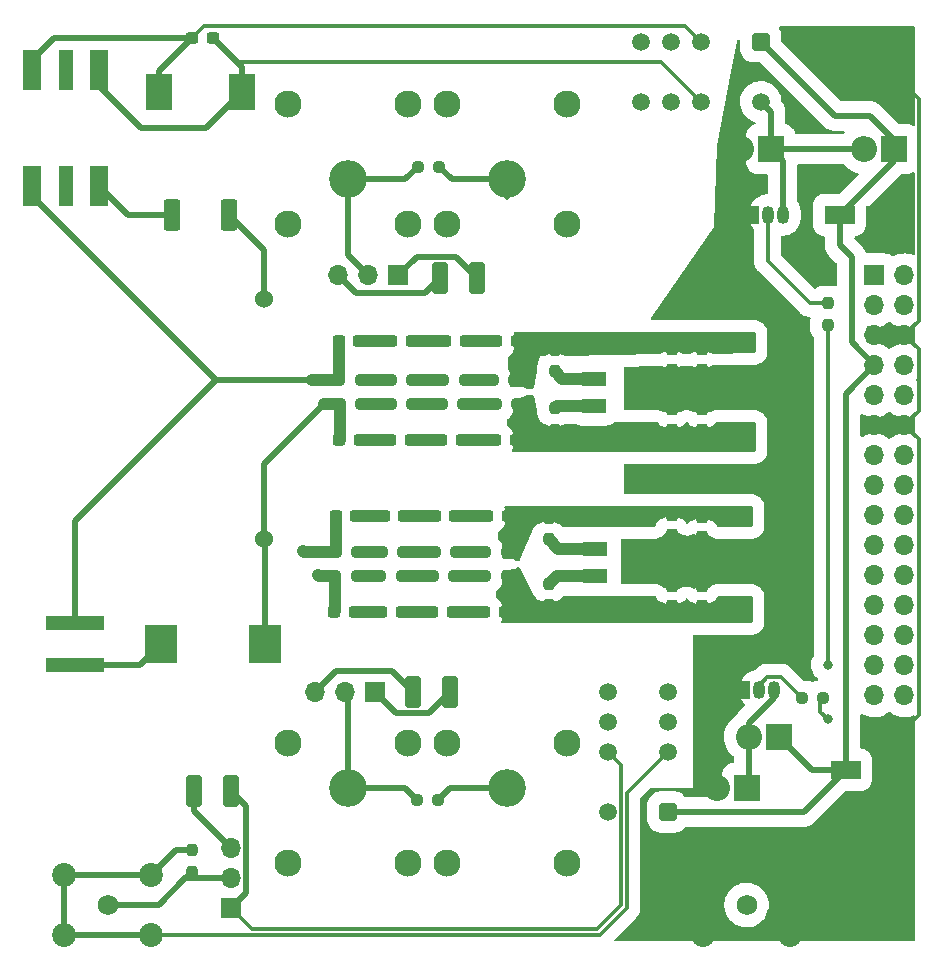
<source format=gtl>
%TF.GenerationSoftware,KiCad,Pcbnew,(6.0.9-0)*%
%TF.CreationDate,2023-03-20T13:18:36-04:00*%
%TF.ProjectId,dad_bod_02,6461645f-626f-4645-9f30-322e6b696361,rev?*%
%TF.SameCoordinates,Original*%
%TF.FileFunction,Copper,L1,Top*%
%TF.FilePolarity,Positive*%
%FSLAX46Y46*%
G04 Gerber Fmt 4.6, Leading zero omitted, Abs format (unit mm)*
G04 Created by KiCad (PCBNEW (6.0.9-0)) date 2023-03-20 13:18:36*
%MOMM*%
%LPD*%
G01*
G04 APERTURE LIST*
G04 Aperture macros list*
%AMRoundRect*
0 Rectangle with rounded corners*
0 $1 Rounding radius*
0 $2 $3 $4 $5 $6 $7 $8 $9 X,Y pos of 4 corners*
0 Add a 4 corners polygon primitive as box body*
4,1,4,$2,$3,$4,$5,$6,$7,$8,$9,$2,$3,0*
0 Add four circle primitives for the rounded corners*
1,1,$1+$1,$2,$3*
1,1,$1+$1,$4,$5*
1,1,$1+$1,$6,$7*
1,1,$1+$1,$8,$9*
0 Add four rect primitives between the rounded corners*
20,1,$1+$1,$2,$3,$4,$5,0*
20,1,$1+$1,$4,$5,$6,$7,0*
20,1,$1+$1,$6,$7,$8,$9,0*
20,1,$1+$1,$8,$9,$2,$3,0*%
G04 Aperture macros list end*
%TA.AperFunction,ComponentPad*%
%ADD10C,1.524000*%
%TD*%
%TA.AperFunction,SMDPad,CuDef*%
%ADD11RoundRect,0.237500X0.300000X0.237500X-0.300000X0.237500X-0.300000X-0.237500X0.300000X-0.237500X0*%
%TD*%
%TA.AperFunction,SMDPad,CuDef*%
%ADD12RoundRect,0.250000X-0.412500X-1.100000X0.412500X-1.100000X0.412500X1.100000X-0.412500X1.100000X0*%
%TD*%
%TA.AperFunction,SMDPad,CuDef*%
%ADD13R,2.500000X1.600000*%
%TD*%
%TA.AperFunction,SMDPad,CuDef*%
%ADD14RoundRect,0.237500X0.237500X-0.300000X0.237500X0.300000X-0.237500X0.300000X-0.237500X-0.300000X0*%
%TD*%
%TA.AperFunction,SMDPad,CuDef*%
%ADD15R,1.000000X0.550000*%
%TD*%
%TA.AperFunction,SMDPad,CuDef*%
%ADD16RoundRect,0.237500X-0.300000X-0.237500X0.300000X-0.237500X0.300000X0.237500X-0.300000X0.237500X0*%
%TD*%
%TA.AperFunction,SMDPad,CuDef*%
%ADD17R,2.200000X3.150000*%
%TD*%
%TA.AperFunction,ComponentPad*%
%ADD18R,2.200000X2.200000*%
%TD*%
%TA.AperFunction,ComponentPad*%
%ADD19O,2.200000X2.200000*%
%TD*%
%TA.AperFunction,ComponentPad*%
%ADD20C,3.200000*%
%TD*%
%TA.AperFunction,ComponentPad*%
%ADD21C,2.300000*%
%TD*%
%TA.AperFunction,ComponentPad*%
%ADD22C,1.755000*%
%TD*%
%TA.AperFunction,ComponentPad*%
%ADD23C,2.025000*%
%TD*%
%TA.AperFunction,ComponentPad*%
%ADD24R,1.700000X1.700000*%
%TD*%
%TA.AperFunction,ComponentPad*%
%ADD25O,1.700000X1.700000*%
%TD*%
%TA.AperFunction,ComponentPad*%
%ADD26RoundRect,0.250500X-0.499500X0.499500X-0.499500X-0.499500X0.499500X-0.499500X0.499500X0.499500X0*%
%TD*%
%TA.AperFunction,ComponentPad*%
%ADD27C,1.500000*%
%TD*%
%TA.AperFunction,ComponentPad*%
%ADD28RoundRect,0.250500X0.499500X0.499500X-0.499500X0.499500X-0.499500X-0.499500X0.499500X-0.499500X0*%
%TD*%
%TA.AperFunction,SMDPad,CuDef*%
%ADD29R,2.000000X1.300000*%
%TD*%
%TA.AperFunction,SMDPad,CuDef*%
%ADD30R,2.000000X2.000000*%
%TD*%
%TA.AperFunction,SMDPad,CuDef*%
%ADD31RoundRect,0.237500X0.250000X0.237500X-0.250000X0.237500X-0.250000X-0.237500X0.250000X-0.237500X0*%
%TD*%
%TA.AperFunction,SMDPad,CuDef*%
%ADD32RoundRect,0.237500X0.237500X-0.250000X0.237500X0.250000X-0.237500X0.250000X-0.237500X-0.250000X0*%
%TD*%
%TA.AperFunction,SMDPad,CuDef*%
%ADD33RoundRect,0.237500X-0.250000X-0.237500X0.250000X-0.237500X0.250000X0.237500X-0.250000X0.237500X0*%
%TD*%
%TA.AperFunction,SMDPad,CuDef*%
%ADD34RoundRect,0.237500X-0.237500X0.250000X-0.237500X-0.250000X0.237500X-0.250000X0.237500X0.250000X0*%
%TD*%
%TA.AperFunction,SMDPad,CuDef*%
%ADD35R,2.750000X3.200000*%
%TD*%
%TA.AperFunction,SMDPad,CuDef*%
%ADD36R,1.620000X3.375000*%
%TD*%
%TA.AperFunction,SMDPad,CuDef*%
%ADD37R,1.200000X3.375000*%
%TD*%
%TA.AperFunction,SMDPad,CuDef*%
%ADD38R,5.000000X1.300000*%
%TD*%
%TA.AperFunction,ComponentPad*%
%ADD39R,1.050000X1.500000*%
%TD*%
%TA.AperFunction,ComponentPad*%
%ADD40O,1.050000X1.500000*%
%TD*%
%TA.AperFunction,SMDPad,CuDef*%
%ADD41RoundRect,0.249999X-0.450001X-1.075001X0.450001X-1.075001X0.450001X1.075001X-0.450001X1.075001X0*%
%TD*%
%TA.AperFunction,ViaPad*%
%ADD42C,0.800000*%
%TD*%
%TA.AperFunction,Conductor*%
%ADD43C,0.500000*%
%TD*%
%TA.AperFunction,Conductor*%
%ADD44C,1.000000*%
%TD*%
%TA.AperFunction,Conductor*%
%ADD45C,0.300000*%
%TD*%
%TA.AperFunction,Conductor*%
%ADD46C,0.250000*%
%TD*%
%TA.AperFunction,Conductor*%
%ADD47C,0.200000*%
%TD*%
G04 APERTURE END LIST*
D10*
X113538000Y-107696000D03*
X113538000Y-87376000D03*
D11*
X109220000Y-65278000D03*
X107495000Y-65278000D03*
X121359000Y-105764500D03*
X119634000Y-105764500D03*
D12*
X128485500Y-85598000D03*
X131610500Y-85598000D03*
D13*
X162306000Y-80264000D03*
X165806000Y-80264000D03*
X162814000Y-127254000D03*
X166314000Y-127254000D03*
D12*
X126199500Y-120650000D03*
X129324500Y-120650000D03*
D11*
X121616000Y-90977500D03*
X119891000Y-90977500D03*
X126087500Y-90977500D03*
X124362500Y-90977500D03*
X130659500Y-90977500D03*
X128934500Y-90977500D03*
X134977500Y-90977500D03*
X133252500Y-90977500D03*
D14*
X148082000Y-93364000D03*
X148082000Y-91639000D03*
X150622000Y-93364000D03*
X150622000Y-91639000D03*
D15*
X153416000Y-91430500D03*
X153416000Y-94080500D03*
D14*
X148082000Y-98444000D03*
X148082000Y-96719000D03*
X150622000Y-98444000D03*
X150622000Y-96719000D03*
D15*
X153416000Y-96002500D03*
X153416000Y-98652500D03*
D16*
X119941000Y-99359500D03*
X121666000Y-99359500D03*
X124259000Y-99359500D03*
X125984000Y-99359500D03*
X128577000Y-99359500D03*
X130302000Y-99359500D03*
X133149000Y-99359500D03*
X134874000Y-99359500D03*
X119533500Y-113892500D03*
X121258500Y-113892500D03*
D11*
X125423000Y-105764500D03*
X123698000Y-105764500D03*
D16*
X123497000Y-113892500D03*
X125222000Y-113892500D03*
D11*
X129741000Y-105764500D03*
X128016000Y-105764500D03*
D16*
X127815000Y-113892500D03*
X129540000Y-113892500D03*
D11*
X134212500Y-105764500D03*
X132487500Y-105764500D03*
D16*
X132233500Y-113892500D03*
X133958500Y-113892500D03*
D14*
X148082000Y-107389000D03*
X148082000Y-105664000D03*
X148082000Y-113384500D03*
X148082000Y-111659500D03*
X150622000Y-107542500D03*
X150622000Y-105817500D03*
D15*
X153416000Y-105863000D03*
X153416000Y-108513000D03*
X153416000Y-110943000D03*
X153416000Y-113593000D03*
D12*
X107657500Y-129032000D03*
X110782500Y-129032000D03*
D17*
X104704000Y-69850000D03*
X111704000Y-69850000D03*
D18*
X166878000Y-74676000D03*
D19*
X164338000Y-74676000D03*
D18*
X157170234Y-124460000D03*
D19*
X154630234Y-124460000D03*
D18*
X156464000Y-74676000D03*
D19*
X153924000Y-74676000D03*
D18*
X154432000Y-128778000D03*
D19*
X151892000Y-128778000D03*
D20*
X134132000Y-77256000D03*
D21*
X139212000Y-81056000D03*
X139212000Y-70896000D03*
X129052000Y-81056000D03*
X129052000Y-70896000D03*
D20*
X120650000Y-77256000D03*
D21*
X125730000Y-70896000D03*
X125730000Y-81056000D03*
X115570000Y-81056000D03*
X115570000Y-70896000D03*
D20*
X134132000Y-128808000D03*
D21*
X139212000Y-125008000D03*
X129052000Y-125008000D03*
X129052000Y-135168000D03*
X139212000Y-135168000D03*
D20*
X120670000Y-128808000D03*
D21*
X115590000Y-135168000D03*
X125750000Y-135168000D03*
X115590000Y-125008000D03*
X125750000Y-125008000D03*
D22*
X100330000Y-138684000D03*
D23*
X104030000Y-141224000D03*
X104030000Y-136144000D03*
X96630000Y-136144000D03*
X96630000Y-141224000D03*
D24*
X124953000Y-85384000D03*
D25*
X122413000Y-85384000D03*
X119873000Y-85384000D03*
D24*
X122936000Y-120650000D03*
D25*
X120396000Y-120650000D03*
X117856000Y-120650000D03*
D26*
X155629500Y-65604500D03*
D27*
X150549500Y-65604500D03*
X148009500Y-65604500D03*
X145469500Y-65604500D03*
X145469500Y-70684500D03*
X148009500Y-70684500D03*
X150549500Y-70684500D03*
X155629500Y-70684500D03*
D28*
X147755500Y-130810000D03*
D27*
X147755500Y-125730000D03*
X147755500Y-123190000D03*
X147755500Y-120650000D03*
X142675500Y-120650000D03*
X142675500Y-123190000D03*
X142675500Y-125730000D03*
X142675500Y-130810000D03*
D29*
X141510000Y-94145500D03*
D30*
X145510000Y-95295500D03*
D29*
X141510000Y-96445500D03*
D31*
X128420500Y-76200000D03*
X126595500Y-76200000D03*
D32*
X161290000Y-89558500D03*
X161290000Y-87733500D03*
D31*
X160932500Y-121158000D03*
X159107500Y-121158000D03*
X128317000Y-129794000D03*
X126492000Y-129794000D03*
D33*
X119944500Y-94279500D03*
X121769500Y-94279500D03*
X124309500Y-94279500D03*
X126134500Y-94279500D03*
X128731000Y-94279500D03*
X130556000Y-94279500D03*
X132945500Y-94279500D03*
X134770500Y-94279500D03*
D32*
X138176000Y-93519000D03*
X138176000Y-91694000D03*
D33*
X119634000Y-108812500D03*
X121459000Y-108812500D03*
D32*
X138176000Y-98448500D03*
X138176000Y-96623500D03*
D31*
X121816500Y-96311500D03*
X119991500Y-96311500D03*
X126134500Y-96311500D03*
X124309500Y-96311500D03*
X130452500Y-96311500D03*
X128627500Y-96311500D03*
X135024500Y-96311500D03*
X133199500Y-96311500D03*
X121412000Y-110844500D03*
X119587000Y-110844500D03*
X125222000Y-110844500D03*
X123397000Y-110844500D03*
D33*
X128016000Y-108812500D03*
X129841000Y-108812500D03*
D31*
X129690500Y-110844500D03*
X127865500Y-110844500D03*
D33*
X132287000Y-108812500D03*
X134112000Y-108812500D03*
D29*
X141573500Y-108532500D03*
D30*
X145573500Y-109682500D03*
D29*
X141573500Y-110832500D03*
D32*
X137668000Y-107743000D03*
X137668000Y-105918000D03*
D34*
X107442000Y-134065000D03*
X107442000Y-135890000D03*
D35*
X104820000Y-116586000D03*
X113620000Y-116586000D03*
D36*
X93934000Y-77808000D03*
D37*
X96774000Y-77808000D03*
D36*
X99614000Y-77808000D03*
X99614000Y-67988000D03*
D37*
X96774000Y-67988000D03*
D36*
X93934000Y-67988000D03*
D38*
X97536000Y-118336000D03*
X97536000Y-114836000D03*
D14*
X150622000Y-113384500D03*
X150622000Y-111659500D03*
D33*
X123547500Y-108812500D03*
X125372500Y-108812500D03*
D32*
X137668000Y-113331000D03*
X137668000Y-111506000D03*
D31*
X134112000Y-110844500D03*
X132287000Y-110844500D03*
D39*
X154940000Y-80264000D03*
D40*
X156210000Y-80264000D03*
X157480000Y-80264000D03*
D39*
X154178000Y-120502000D03*
D40*
X155448000Y-120502000D03*
X156718000Y-120502000D03*
D24*
X110744000Y-138938000D03*
D25*
X110744000Y-136398000D03*
X110744000Y-133858000D03*
D24*
X165257500Y-85374000D03*
D25*
X167797500Y-85374000D03*
X165257500Y-87914000D03*
X167797500Y-87914000D03*
X165257500Y-90454000D03*
X167797500Y-90454000D03*
X165257500Y-92994000D03*
X167797500Y-92994000D03*
X165257500Y-95534000D03*
X167797500Y-95534000D03*
X165257500Y-98074000D03*
X167797500Y-98074000D03*
X165257500Y-100614000D03*
X167797500Y-100614000D03*
X165257500Y-103154000D03*
X167797500Y-103154000D03*
X165257500Y-105694000D03*
X167797500Y-105694000D03*
X165257500Y-108234000D03*
X167797500Y-108234000D03*
X165257500Y-110774000D03*
X167797500Y-110774000D03*
X165257500Y-113314000D03*
X167797500Y-113314000D03*
X165257500Y-115854000D03*
X167797500Y-115854000D03*
X165257500Y-118394000D03*
X167797500Y-118394000D03*
X165257500Y-120934000D03*
X167797500Y-120934000D03*
D41*
X105804000Y-80264000D03*
X110604000Y-80264000D03*
D22*
X154432500Y-138684000D03*
D23*
X158132500Y-141224000D03*
X158132500Y-136144000D03*
X150732500Y-136144000D03*
X150732500Y-141224000D03*
D42*
X118110000Y-110744000D03*
X117602000Y-94234000D03*
X116840000Y-108712000D03*
X163322000Y-140970000D03*
X164084000Y-131572000D03*
X167640000Y-82042000D03*
X167640000Y-78232000D03*
X159766000Y-76962000D03*
X149098000Y-109474000D03*
X165354000Y-66802000D03*
X157734000Y-116840000D03*
X150622000Y-109474000D03*
X162814000Y-131572000D03*
X147828000Y-109474000D03*
X165862000Y-140970000D03*
X151638000Y-124968000D03*
X147574000Y-94996000D03*
X164592000Y-140970000D03*
X161544000Y-131572000D03*
X167894000Y-135890000D03*
X167132000Y-68580000D03*
X165608000Y-123698000D03*
X166243000Y-67691000D03*
X161036000Y-76962000D03*
X167894000Y-137414000D03*
X167894000Y-138938000D03*
X150368000Y-94996000D03*
X148844000Y-94996000D03*
X166624000Y-123698000D03*
X152146000Y-123190000D03*
X144018000Y-91186000D03*
X144526000Y-99314000D03*
X144526000Y-105918000D03*
X145796000Y-114046000D03*
X161290000Y-122936000D03*
X161290000Y-118364000D03*
X118618000Y-96266000D03*
D43*
X113538000Y-87376000D02*
X113538000Y-83198000D01*
X113538000Y-83198000D02*
X110604000Y-80264000D01*
D44*
X119587000Y-110844500D02*
X119587000Y-113839000D01*
D43*
X129303000Y-128808000D02*
X128317000Y-129794000D01*
D44*
X119587000Y-110844500D02*
X118210500Y-110844500D01*
X118210500Y-110844500D02*
X118110000Y-110744000D01*
D43*
X134132000Y-128808000D02*
X129303000Y-128808000D01*
D44*
X119587000Y-113839000D02*
X119533500Y-113892500D01*
D45*
X108511000Y-64262000D02*
X149207000Y-64262000D01*
D43*
X93934000Y-67988000D02*
X93934000Y-67110500D01*
D45*
X107495000Y-65278000D02*
X108511000Y-64262000D01*
D43*
X95766500Y-65278000D02*
X107495000Y-65278000D01*
X104704000Y-68069000D02*
X107495000Y-65278000D01*
D45*
X149207000Y-64262000D02*
X150549500Y-65604500D01*
D43*
X93934000Y-67110500D02*
X95766500Y-65278000D01*
X104704000Y-69850000D02*
X104704000Y-68069000D01*
X97536000Y-106180500D02*
X97536000Y-114836000D01*
D44*
X119944500Y-94279500D02*
X117647500Y-94279500D01*
D43*
X124968000Y-85852000D02*
X124968000Y-85384000D01*
D44*
X117647500Y-94279500D02*
X117602000Y-94234000D01*
D43*
X109482500Y-94234000D02*
X97536000Y-106180500D01*
D44*
X119891000Y-90977500D02*
X119891000Y-94226000D01*
D43*
X126539000Y-83798000D02*
X129810500Y-83798000D01*
X93934000Y-78685500D02*
X109482500Y-94234000D01*
X109482500Y-94234000D02*
X117602000Y-94234000D01*
X93934000Y-77808000D02*
X93934000Y-78685500D01*
X129810500Y-83798000D02*
X131610500Y-85598000D01*
X124953000Y-85384000D02*
X126539000Y-83798000D01*
D44*
X119891000Y-94226000D02*
X119944500Y-94279500D01*
D43*
X110782500Y-129032000D02*
X112044000Y-130293500D01*
D45*
X143775500Y-138672500D02*
X141732000Y-140716000D01*
X110744000Y-138938000D02*
X112522000Y-140716000D01*
D43*
X112044000Y-130293500D02*
X112044000Y-137638000D01*
X112044000Y-137638000D02*
X110744000Y-138938000D01*
D45*
X142675500Y-125730000D02*
X143775500Y-126830000D01*
X143775500Y-126830000D02*
X143775500Y-138672500D01*
X112522000Y-140716000D02*
X141732000Y-140716000D01*
D44*
X116940500Y-108812500D02*
X116840000Y-108712000D01*
D43*
X127524500Y-122450000D02*
X124736000Y-122450000D01*
X129324500Y-120650000D02*
X127524500Y-122450000D01*
D44*
X119634000Y-108812500D02*
X116940500Y-108812500D01*
X119634000Y-105764500D02*
X119634000Y-108812500D01*
D43*
X124736000Y-122450000D02*
X122936000Y-120650000D01*
X127215500Y-86868000D02*
X128485500Y-85598000D01*
X121357000Y-86868000D02*
X127215500Y-86868000D01*
X119873000Y-85384000D02*
X121357000Y-86868000D01*
D45*
X168997500Y-91654000D02*
X168997500Y-94146500D01*
X168997500Y-94146500D02*
X168910000Y-94234000D01*
X167797500Y-90454000D02*
X168997500Y-91654000D01*
X166243000Y-67691000D02*
X165354000Y-66802000D01*
X168997500Y-70445500D02*
X167132000Y-68580000D01*
X168910000Y-94234000D02*
X168997500Y-94321500D01*
X168997500Y-99274000D02*
X168997500Y-122594500D01*
X167894000Y-123698000D02*
X166624000Y-123698000D01*
D46*
X165806000Y-80264000D02*
X166432500Y-80890500D01*
D45*
X168997500Y-96874000D02*
X167797500Y-98074000D01*
X167132000Y-68580000D02*
X166243000Y-67691000D01*
X168997500Y-94321500D02*
X168997500Y-96874000D01*
X167797500Y-90454000D02*
X168997500Y-89254000D01*
X168997500Y-89254000D02*
X168997500Y-70445500D01*
X168997500Y-122594500D02*
X167894000Y-123698000D01*
X167797500Y-98074000D02*
X168997500Y-99274000D01*
D43*
X155629500Y-65604500D02*
X161907000Y-71882000D01*
X163322000Y-83820000D02*
X162306000Y-82804000D01*
X166878000Y-75692000D02*
X166878000Y-74676000D01*
X162306000Y-82804000D02*
X162306000Y-80264000D01*
X164846000Y-71882000D02*
X166878000Y-73914000D01*
X165257500Y-92994000D02*
X163322000Y-91058500D01*
X161907000Y-71882000D02*
X164846000Y-71882000D01*
X165257500Y-92994000D02*
X162814000Y-95437500D01*
X159258000Y-130810000D02*
X162814000Y-127254000D01*
X163322000Y-91058500D02*
X163322000Y-83820000D01*
X157170234Y-124460000D02*
X159964234Y-127254000D01*
X159964234Y-127254000D02*
X162814000Y-127254000D01*
X166878000Y-73914000D02*
X166878000Y-74676000D01*
X162814000Y-95437500D02*
X162814000Y-127254000D01*
X147755500Y-130810000D02*
X159258000Y-130810000D01*
X162306000Y-80264000D02*
X166878000Y-75692000D01*
X126199500Y-120650000D02*
X124421500Y-118872000D01*
X119634000Y-118872000D02*
X117856000Y-120650000D01*
X124421500Y-118872000D02*
X119634000Y-118872000D01*
D44*
X121616000Y-90977500D02*
X124362500Y-90977500D01*
X126087500Y-90977500D02*
X128934500Y-90977500D01*
X130659500Y-90977500D02*
X133252500Y-90977500D01*
D47*
X148399500Y-91321500D02*
X148082000Y-91639000D01*
D45*
X110617000Y-66675000D02*
X111252000Y-67310000D01*
D43*
X99614000Y-69388000D02*
X103124000Y-72898000D01*
X108656000Y-72898000D02*
X111704000Y-69850000D01*
X103124000Y-72898000D02*
X108656000Y-72898000D01*
X110617000Y-66675000D02*
X111704000Y-67762000D01*
D45*
X147175000Y-67310000D02*
X150549500Y-70684500D01*
X111252000Y-67310000D02*
X147175000Y-67310000D01*
D43*
X111704000Y-67762000D02*
X111704000Y-69850000D01*
X99614000Y-67988000D02*
X99614000Y-69388000D01*
X109220000Y-65278000D02*
X110617000Y-66675000D01*
D44*
X121666000Y-99359500D02*
X124259000Y-99359500D01*
X121359000Y-105764500D02*
X123698000Y-105764500D01*
X125984000Y-99359500D02*
X128577000Y-99359500D01*
X130302000Y-99359500D02*
X133149000Y-99359500D01*
X121258500Y-113892500D02*
X123497000Y-113892500D01*
X125423000Y-105764500D02*
X128016000Y-105764500D01*
X125222000Y-113892500D02*
X127815000Y-113892500D01*
X129741000Y-105764500D02*
X132487500Y-105764500D01*
X129540000Y-113892500D02*
X132233500Y-113892500D01*
D43*
X107657500Y-130771500D02*
X107657500Y-129032000D01*
X110744000Y-133858000D02*
X107657500Y-130771500D01*
D44*
X141510000Y-94145500D02*
X138802500Y-94145500D01*
X138802500Y-94145500D02*
X138176000Y-93519000D01*
X138354000Y-96445500D02*
X138176000Y-96623500D01*
X141510000Y-96445500D02*
X138354000Y-96445500D01*
X121459000Y-108812500D02*
X123547500Y-108812500D01*
X125372500Y-108812500D02*
X128016000Y-108812500D01*
X125222000Y-110844500D02*
X127865500Y-110844500D01*
X129690500Y-110844500D02*
X132287000Y-110844500D01*
D43*
X164338000Y-74676000D02*
X156464000Y-74676000D01*
X156464000Y-71519000D02*
X156464000Y-74676000D01*
X157480000Y-75692000D02*
X156464000Y-74676000D01*
X157480000Y-80264000D02*
X157480000Y-75692000D01*
X155629500Y-70684500D02*
X156464000Y-71519000D01*
X156718000Y-121158000D02*
X154630234Y-123245766D01*
X154630234Y-128579766D02*
X154432000Y-128778000D01*
X156718000Y-120502000D02*
X156718000Y-121158000D01*
X154630234Y-124460000D02*
X154630234Y-128579766D01*
X154630234Y-123245766D02*
X154630234Y-124460000D01*
D44*
X141573500Y-108532500D02*
X138457500Y-108532500D01*
X138457500Y-108532500D02*
X137668000Y-107743000D01*
D43*
X125539500Y-77256000D02*
X126595500Y-76200000D01*
X120650000Y-77256000D02*
X125539500Y-77256000D01*
X120650000Y-83621000D02*
X122413000Y-85384000D01*
X120650000Y-77256000D02*
X120650000Y-83621000D01*
X120670000Y-128808000D02*
X120670000Y-120924000D01*
X125506000Y-128808000D02*
X126492000Y-129794000D01*
X120670000Y-120924000D02*
X120396000Y-120650000D01*
X120670000Y-128808000D02*
X125506000Y-128808000D01*
D45*
X160678500Y-121158000D02*
X160678500Y-122324500D01*
X160678500Y-122324500D02*
X161290000Y-122936000D01*
X161290000Y-118364000D02*
X161290000Y-89558500D01*
D44*
X141573500Y-110832500D02*
X138341500Y-110832500D01*
X138341500Y-110832500D02*
X137668000Y-111506000D01*
D45*
X159766000Y-87733500D02*
X161290000Y-87733500D01*
X156210000Y-80264000D02*
X156210000Y-84177500D01*
X156210000Y-84177500D02*
X159766000Y-87733500D01*
X159107500Y-121158000D02*
X157351500Y-119402000D01*
X157351500Y-119402000D02*
X156188000Y-119402000D01*
X156188000Y-119402000D02*
X155448000Y-120142000D01*
X155448000Y-120142000D02*
X155448000Y-120502000D01*
D44*
X121769500Y-94279500D02*
X124309500Y-94279500D01*
X126134500Y-94279500D02*
X128731000Y-94279500D01*
X130556000Y-94279500D02*
X132945500Y-94279500D01*
X121816500Y-96311500D02*
X124309500Y-96311500D01*
X126134500Y-96311500D02*
X128627500Y-96311500D01*
X130452500Y-96311500D02*
X133199500Y-96311500D01*
X121412000Y-110844500D02*
X123397000Y-110844500D01*
X129841000Y-108812500D02*
X132287000Y-108812500D01*
D43*
X103070000Y-118336000D02*
X104820000Y-116586000D01*
X97536000Y-118336000D02*
X103070000Y-118336000D01*
X106934000Y-136398000D02*
X106807000Y-136525000D01*
X100330000Y-138684000D02*
X104648000Y-138684000D01*
X110744000Y-136398000D02*
X106934000Y-136398000D01*
X104648000Y-138684000D02*
X106807000Y-136525000D01*
X106807000Y-136525000D02*
X107442000Y-135890000D01*
X106109000Y-134065000D02*
X107442000Y-134065000D01*
D45*
X141986000Y-141224000D02*
X104030000Y-141224000D01*
D43*
X96630000Y-141224000D02*
X96630000Y-136144000D01*
X96630000Y-136144000D02*
X104030000Y-136144000D01*
D45*
X147755500Y-125730000D02*
X144275500Y-129210000D01*
X144275500Y-138934500D02*
X141986000Y-141224000D01*
D43*
X96630000Y-141224000D02*
X104030000Y-141224000D01*
X104030000Y-136144000D02*
X106109000Y-134065000D01*
D45*
X144275500Y-129210000D02*
X144275500Y-138934500D01*
D43*
X113620000Y-116586000D02*
X113620000Y-107778000D01*
X129476500Y-77256000D02*
X128420500Y-76200000D01*
D44*
X119991500Y-99309000D02*
X119941000Y-99359500D01*
D43*
X118618000Y-96266000D02*
X113538000Y-101346000D01*
X134132000Y-78760000D02*
X134132000Y-77256000D01*
D44*
X119991500Y-96311500D02*
X118663500Y-96311500D01*
X119991500Y-96311500D02*
X119991500Y-99309000D01*
D43*
X113620000Y-107778000D02*
X113538000Y-107696000D01*
X134132000Y-77256000D02*
X129476500Y-77256000D01*
D44*
X118663500Y-96311500D02*
X118618000Y-96266000D01*
D43*
X113538000Y-101346000D02*
X113538000Y-107696000D01*
X102070000Y-80264000D02*
X105804000Y-80264000D01*
X99614000Y-77808000D02*
X102070000Y-80264000D01*
%TA.AperFunction,Conductor*%
G36*
X136365047Y-95524002D02*
G01*
X136411540Y-95577658D01*
X136419926Y-95602667D01*
X136684261Y-96792176D01*
X136686400Y-96804808D01*
X136699639Y-96917500D01*
X136700366Y-96929910D01*
X136700396Y-96929909D01*
X136700464Y-96931595D01*
X136700500Y-96932201D01*
X136700500Y-96935024D01*
X136700707Y-96937563D01*
X136700707Y-96937575D01*
X136704858Y-96988609D01*
X136711834Y-97074374D01*
X136766793Y-97288423D01*
X136769124Y-97293514D01*
X136769127Y-97293523D01*
X136815161Y-97394069D01*
X136823597Y-97419187D01*
X136906000Y-97790000D01*
X137051897Y-97790000D01*
X137120018Y-97810002D01*
X137132475Y-97820041D01*
X137132907Y-97819524D01*
X137137205Y-97823118D01*
X137141176Y-97827089D01*
X137145782Y-97830290D01*
X137145784Y-97830292D01*
X137312266Y-97946000D01*
X137322643Y-97953212D01*
X137327739Y-97955545D01*
X137327744Y-97955548D01*
X137518472Y-98042870D01*
X137518474Y-98042871D01*
X137523577Y-98045207D01*
X137737626Y-98100166D01*
X137801149Y-98105333D01*
X137874425Y-98111293D01*
X137874437Y-98111293D01*
X137876976Y-98111500D01*
X137972438Y-98111500D01*
X137990192Y-98112757D01*
X138081589Y-98125765D01*
X138081592Y-98125765D01*
X138086706Y-98126493D01*
X138091868Y-98126376D01*
X138091871Y-98126376D01*
X138232506Y-98123184D01*
X138333382Y-98120895D01*
X138338454Y-98119937D01*
X138338460Y-98119936D01*
X138371508Y-98113691D01*
X138394902Y-98111500D01*
X138475024Y-98111500D01*
X138477563Y-98111293D01*
X138477575Y-98111293D01*
X138550851Y-98105333D01*
X138614374Y-98100166D01*
X138828423Y-98045207D01*
X138833526Y-98042871D01*
X138833528Y-98042870D01*
X139020131Y-97957436D01*
X139072582Y-97946000D01*
X139946356Y-97946000D01*
X140004731Y-97960338D01*
X140136530Y-98029241D01*
X140331913Y-98085266D01*
X140363545Y-98088089D01*
X140449391Y-98095751D01*
X140449397Y-98095751D01*
X140452184Y-98096000D01*
X142567816Y-98096000D01*
X142570603Y-98095751D01*
X142570609Y-98095751D01*
X142656455Y-98088089D01*
X142688087Y-98085266D01*
X142883470Y-98029241D01*
X143063596Y-97935073D01*
X143206705Y-97818357D01*
X143272136Y-97790803D01*
X143286340Y-97790000D01*
X146812397Y-97790000D01*
X146880518Y-97810002D01*
X146901492Y-97826905D01*
X147047176Y-97972589D01*
X147051782Y-97975790D01*
X147051784Y-97975792D01*
X147224037Y-98095511D01*
X147228643Y-98098712D01*
X147233739Y-98101045D01*
X147233744Y-98101048D01*
X147424472Y-98188370D01*
X147424474Y-98188371D01*
X147429577Y-98190707D01*
X147643626Y-98245666D01*
X147707149Y-98250833D01*
X147780425Y-98256793D01*
X147780437Y-98256793D01*
X147782976Y-98257000D01*
X148381024Y-98257000D01*
X148383563Y-98256793D01*
X148383575Y-98256793D01*
X148456851Y-98250833D01*
X148520374Y-98245666D01*
X148734423Y-98190707D01*
X148739526Y-98188371D01*
X148739528Y-98188370D01*
X148930256Y-98101048D01*
X148930261Y-98101045D01*
X148935357Y-98098712D01*
X148939963Y-98095511D01*
X149112216Y-97975792D01*
X149112218Y-97975790D01*
X149116824Y-97972589D01*
X149262508Y-97826905D01*
X149324820Y-97792879D01*
X149351603Y-97790000D01*
X149352397Y-97790000D01*
X149420518Y-97810002D01*
X149441492Y-97826905D01*
X149587176Y-97972589D01*
X149591782Y-97975790D01*
X149591784Y-97975792D01*
X149764037Y-98095511D01*
X149768643Y-98098712D01*
X149773739Y-98101045D01*
X149773744Y-98101048D01*
X149964472Y-98188370D01*
X149964474Y-98188371D01*
X149969577Y-98190707D01*
X150183626Y-98245666D01*
X150247149Y-98250833D01*
X150320425Y-98256793D01*
X150320437Y-98256793D01*
X150322976Y-98257000D01*
X150921024Y-98257000D01*
X150923563Y-98256793D01*
X150923575Y-98256793D01*
X150996851Y-98250833D01*
X151060374Y-98245666D01*
X151274423Y-98190707D01*
X151279526Y-98188371D01*
X151279528Y-98188370D01*
X151470256Y-98101048D01*
X151470261Y-98101045D01*
X151475357Y-98098712D01*
X151479963Y-98095511D01*
X151652216Y-97975792D01*
X151652218Y-97975790D01*
X151656824Y-97972589D01*
X151802508Y-97826905D01*
X151864820Y-97792879D01*
X151891603Y-97790000D01*
X155068000Y-97790000D01*
X155136121Y-97810002D01*
X155182614Y-97863658D01*
X155194000Y-97916000D01*
X155194000Y-100204000D01*
X155173998Y-100272121D01*
X155120342Y-100318614D01*
X155068000Y-100330000D01*
X134671345Y-100330000D01*
X134603224Y-100309998D01*
X134556731Y-100256342D01*
X134546627Y-100186068D01*
X134556780Y-100151551D01*
X134620707Y-100011923D01*
X134675666Y-99797874D01*
X134687000Y-99658524D01*
X134687000Y-99060476D01*
X134675666Y-98921126D01*
X134620707Y-98707077D01*
X134618370Y-98701972D01*
X134531048Y-98511244D01*
X134531045Y-98511239D01*
X134528712Y-98506143D01*
X134402589Y-98324676D01*
X134246324Y-98168411D01*
X134166090Y-98112647D01*
X134121568Y-98057345D01*
X134112000Y-98009182D01*
X134112000Y-97662166D01*
X134132002Y-97594045D01*
X134166090Y-97558701D01*
X134242216Y-97505792D01*
X134242218Y-97505790D01*
X134246824Y-97502589D01*
X134403089Y-97346324D01*
X134427546Y-97311136D01*
X134526011Y-97169463D01*
X134526012Y-97169461D01*
X134529212Y-97164857D01*
X134531545Y-97159761D01*
X134531548Y-97159756D01*
X134618870Y-96969028D01*
X134618871Y-96969026D01*
X134621207Y-96963923D01*
X134676166Y-96749874D01*
X134683441Y-96660430D01*
X134687293Y-96613075D01*
X134687293Y-96613063D01*
X134687500Y-96610524D01*
X134687500Y-96525861D01*
X134689453Y-96503765D01*
X134697555Y-96458283D01*
X134697556Y-96458277D01*
X134698461Y-96453194D01*
X134701475Y-96206472D01*
X134688950Y-96124620D01*
X134687500Y-96105561D01*
X134687500Y-96012476D01*
X134677637Y-95891214D01*
X134692050Y-95821697D01*
X134741760Y-95771007D01*
X134803222Y-95755000D01*
X135082024Y-95755000D01*
X135084563Y-95754793D01*
X135084575Y-95754793D01*
X135157851Y-95748833D01*
X135221374Y-95743666D01*
X135435423Y-95688707D01*
X135440526Y-95686371D01*
X135440528Y-95686370D01*
X135631256Y-95599048D01*
X135631261Y-95599045D01*
X135636357Y-95596712D01*
X135665905Y-95576176D01*
X135737328Y-95526535D01*
X135809238Y-95504000D01*
X136296926Y-95504000D01*
X136365047Y-95524002D01*
G37*
%TD.AperFunction*%
%TA.AperFunction,Conductor*%
G36*
X135160724Y-110092316D02*
G01*
X135209180Y-110144360D01*
X136398000Y-112522000D01*
X136414984Y-112522000D01*
X136425017Y-112524755D01*
X136480750Y-112557163D01*
X136633176Y-112709589D01*
X136637782Y-112712790D01*
X136637784Y-112712792D01*
X136715791Y-112767008D01*
X136814643Y-112835712D01*
X136819739Y-112838045D01*
X136819744Y-112838048D01*
X137010472Y-112925370D01*
X137010474Y-112925371D01*
X137015577Y-112927707D01*
X137229626Y-112982666D01*
X137293149Y-112987833D01*
X137366425Y-112993793D01*
X137366437Y-112993793D01*
X137368976Y-112994000D01*
X137464438Y-112994000D01*
X137482192Y-112995257D01*
X137573589Y-113008265D01*
X137573592Y-113008265D01*
X137578706Y-113008993D01*
X137583868Y-113008876D01*
X137583871Y-113008876D01*
X137724506Y-113005684D01*
X137825382Y-113003395D01*
X137830454Y-113002437D01*
X137830460Y-113002436D01*
X137863508Y-112996191D01*
X137886902Y-112994000D01*
X137967024Y-112994000D01*
X137969563Y-112993793D01*
X137969575Y-112993793D01*
X138042851Y-112987833D01*
X138106374Y-112982666D01*
X138320423Y-112927707D01*
X138325526Y-112925371D01*
X138325528Y-112925370D01*
X138516256Y-112838048D01*
X138516261Y-112838045D01*
X138521357Y-112835712D01*
X138620209Y-112767008D01*
X138698216Y-112712792D01*
X138698218Y-112712790D01*
X138702824Y-112709589D01*
X138853508Y-112558905D01*
X138915820Y-112524879D01*
X138942603Y-112522000D01*
X146661832Y-112522000D01*
X146729953Y-112542002D01*
X146765297Y-112576090D01*
X146887708Y-112752216D01*
X146890911Y-112756824D01*
X147047176Y-112913089D01*
X147051782Y-112916290D01*
X147051784Y-112916292D01*
X147224037Y-113036011D01*
X147228643Y-113039212D01*
X147233739Y-113041545D01*
X147233744Y-113041548D01*
X147424472Y-113128870D01*
X147424474Y-113128871D01*
X147429577Y-113131207D01*
X147643626Y-113186166D01*
X147707149Y-113191333D01*
X147780425Y-113197293D01*
X147780437Y-113197293D01*
X147782976Y-113197500D01*
X148381024Y-113197500D01*
X148383563Y-113197293D01*
X148383575Y-113197293D01*
X148456851Y-113191333D01*
X148520374Y-113186166D01*
X148734423Y-113131207D01*
X148739526Y-113128871D01*
X148739528Y-113128870D01*
X148930256Y-113041548D01*
X148930261Y-113041545D01*
X148935357Y-113039212D01*
X148939963Y-113036011D01*
X149112216Y-112916292D01*
X149112218Y-112916290D01*
X149116824Y-112913089D01*
X149262905Y-112767008D01*
X149325217Y-112732982D01*
X149396032Y-112738047D01*
X149441095Y-112767008D01*
X149587176Y-112913089D01*
X149591782Y-112916290D01*
X149591784Y-112916292D01*
X149764037Y-113036011D01*
X149768643Y-113039212D01*
X149773739Y-113041545D01*
X149773744Y-113041548D01*
X149964472Y-113128870D01*
X149964474Y-113128871D01*
X149969577Y-113131207D01*
X150183626Y-113186166D01*
X150247149Y-113191333D01*
X150320425Y-113197293D01*
X150320437Y-113197293D01*
X150322976Y-113197500D01*
X150921024Y-113197500D01*
X150923563Y-113197293D01*
X150923575Y-113197293D01*
X150996851Y-113191333D01*
X151060374Y-113186166D01*
X151274423Y-113131207D01*
X151279526Y-113128871D01*
X151279528Y-113128870D01*
X151470256Y-113041548D01*
X151470261Y-113041545D01*
X151475357Y-113039212D01*
X151479963Y-113036011D01*
X151652216Y-112916292D01*
X151652218Y-112916290D01*
X151656824Y-112913089D01*
X151813089Y-112756824D01*
X151816292Y-112752216D01*
X151938703Y-112576090D01*
X151994006Y-112531568D01*
X152042168Y-112522000D01*
X154814000Y-112522000D01*
X154882121Y-112542002D01*
X154928614Y-112595658D01*
X154940000Y-112648000D01*
X154940000Y-114682000D01*
X154919998Y-114750121D01*
X154866342Y-114796614D01*
X154814000Y-114808000D01*
X133781026Y-114808000D01*
X133712905Y-114787998D01*
X133666412Y-114734342D01*
X133656308Y-114664068D01*
X133666461Y-114629551D01*
X133705207Y-114544923D01*
X133760166Y-114330874D01*
X133771500Y-114191524D01*
X133771500Y-113593476D01*
X133760166Y-113454126D01*
X133705207Y-113240077D01*
X133656002Y-113132604D01*
X133615548Y-113044244D01*
X133615545Y-113044239D01*
X133613212Y-113039143D01*
X133588448Y-113003512D01*
X133490292Y-112862284D01*
X133490290Y-112862282D01*
X133487089Y-112857676D01*
X133330824Y-112701411D01*
X133268850Y-112658338D01*
X133224328Y-112603036D01*
X133214934Y-112548250D01*
X133217169Y-112505798D01*
X133220714Y-112438429D01*
X133235165Y-112163875D01*
X133258720Y-112096900D01*
X133289081Y-112067034D01*
X133329707Y-112038798D01*
X133329708Y-112038797D01*
X133334324Y-112035589D01*
X133490589Y-111879324D01*
X133506821Y-111855970D01*
X133613511Y-111702463D01*
X133613512Y-111702461D01*
X133616712Y-111697857D01*
X133619045Y-111692761D01*
X133619048Y-111692756D01*
X133706370Y-111502028D01*
X133706371Y-111502026D01*
X133708707Y-111496923D01*
X133763666Y-111282874D01*
X133775000Y-111143524D01*
X133775000Y-111058861D01*
X133776953Y-111036765D01*
X133785055Y-110991283D01*
X133785056Y-110991277D01*
X133785961Y-110986194D01*
X133788975Y-110739472D01*
X133776450Y-110657620D01*
X133775000Y-110638561D01*
X133775000Y-110545476D01*
X133765137Y-110424214D01*
X133779550Y-110354697D01*
X133829260Y-110304007D01*
X133890722Y-110288000D01*
X134423524Y-110288000D01*
X134426063Y-110287793D01*
X134426075Y-110287793D01*
X134499351Y-110281833D01*
X134562874Y-110276666D01*
X134776923Y-110221707D01*
X134782026Y-110219371D01*
X134782028Y-110219370D01*
X134972756Y-110132048D01*
X134972761Y-110132045D01*
X134977857Y-110129712D01*
X135024573Y-110097244D01*
X135091924Y-110074791D01*
X135160724Y-110092316D01*
G37*
%TD.AperFunction*%
%TA.AperFunction,Conductor*%
G36*
X155135871Y-90190002D02*
G01*
X155182364Y-90243658D01*
X155193750Y-90296248D01*
X155192997Y-90675925D01*
X155190720Y-91824033D01*
X155170583Y-91892114D01*
X155116835Y-91938500D01*
X155066470Y-91949771D01*
X151535006Y-91998819D01*
X151475701Y-91983537D01*
X151475357Y-91984288D01*
X151375348Y-91938500D01*
X151279528Y-91894630D01*
X151279526Y-91894629D01*
X151274423Y-91892293D01*
X151060374Y-91837334D01*
X150996851Y-91832167D01*
X150923575Y-91826207D01*
X150923563Y-91826207D01*
X150921024Y-91826000D01*
X150322976Y-91826000D01*
X150320437Y-91826207D01*
X150320425Y-91826207D01*
X150247149Y-91832167D01*
X150183626Y-91837334D01*
X149969577Y-91892293D01*
X149964474Y-91894629D01*
X149964472Y-91894630D01*
X149773744Y-91981952D01*
X149773739Y-91981955D01*
X149768643Y-91984288D01*
X149764039Y-91987488D01*
X149764037Y-91987489D01*
X149742927Y-92002161D01*
X149672768Y-92024684D01*
X149047232Y-92033372D01*
X148973573Y-92010849D01*
X148969065Y-92007716D01*
X148935357Y-91984288D01*
X148930260Y-91981954D01*
X148930254Y-91981951D01*
X148739528Y-91894630D01*
X148739526Y-91894629D01*
X148734423Y-91892293D01*
X148520374Y-91837334D01*
X148456851Y-91832167D01*
X148383575Y-91826207D01*
X148383563Y-91826207D01*
X148381024Y-91826000D01*
X147782976Y-91826000D01*
X147780437Y-91826207D01*
X147780425Y-91826207D01*
X147707149Y-91832167D01*
X147643626Y-91837334D01*
X147429577Y-91892293D01*
X147424474Y-91894629D01*
X147424472Y-91894630D01*
X147233744Y-91981952D01*
X147233739Y-91981955D01*
X147228643Y-91984288D01*
X147224039Y-91987488D01*
X147224037Y-91987489D01*
X147151134Y-92038158D01*
X147080974Y-92060681D01*
X139022175Y-92172609D01*
X138967975Y-92161185D01*
X138833528Y-92099630D01*
X138833526Y-92099629D01*
X138828423Y-92097293D01*
X138614374Y-92042334D01*
X138550851Y-92037167D01*
X138477575Y-92031207D01*
X138477563Y-92031207D01*
X138475024Y-92031000D01*
X138407079Y-92031000D01*
X138380667Y-92028201D01*
X138374974Y-92026980D01*
X138374968Y-92026979D01*
X138369920Y-92025897D01*
X138364759Y-92025654D01*
X138364754Y-92025653D01*
X138246687Y-92020086D01*
X138123453Y-92014274D01*
X138015295Y-92026980D01*
X137988404Y-92030139D01*
X137973703Y-92031000D01*
X137876976Y-92031000D01*
X137874437Y-92031207D01*
X137874425Y-92031207D01*
X137801149Y-92037167D01*
X137737626Y-92042334D01*
X137523577Y-92097293D01*
X137518474Y-92099629D01*
X137518472Y-92099630D01*
X137331189Y-92185375D01*
X137280489Y-92196799D01*
X137170953Y-92198320D01*
X136920586Y-92201797D01*
X136920584Y-92201797D01*
X136902474Y-92202049D01*
X136900654Y-92212131D01*
X136799256Y-92773707D01*
X136789825Y-92803771D01*
X136766793Y-92854077D01*
X136711834Y-93068126D01*
X136700500Y-93207476D01*
X136700500Y-93227608D01*
X136699243Y-93245362D01*
X136673007Y-93429706D01*
X136673124Y-93434869D01*
X136673124Y-93434872D01*
X136673589Y-93455374D01*
X136671616Y-93480618D01*
X136416708Y-94892388D01*
X136384920Y-94955871D01*
X136323857Y-94992090D01*
X136292713Y-94996000D01*
X135921569Y-94996000D01*
X135869118Y-94984564D01*
X135694528Y-94904630D01*
X135694526Y-94904629D01*
X135689423Y-94902293D01*
X135475374Y-94847334D01*
X135411851Y-94842167D01*
X135338575Y-94836207D01*
X135338563Y-94836207D01*
X135336024Y-94836000D01*
X134712976Y-94836000D01*
X134710437Y-94836207D01*
X134710425Y-94836207D01*
X134578969Y-94846899D01*
X134578964Y-94846900D01*
X134573626Y-94847334D01*
X134568794Y-94848575D01*
X134498413Y-94840133D01*
X134443683Y-94794909D01*
X134422092Y-94727275D01*
X134422472Y-94714110D01*
X134433293Y-94581073D01*
X134433293Y-94581065D01*
X134433500Y-94578524D01*
X134433500Y-94493861D01*
X134435453Y-94471765D01*
X134443555Y-94426283D01*
X134443556Y-94426277D01*
X134444461Y-94421194D01*
X134447475Y-94174472D01*
X134434950Y-94092620D01*
X134433500Y-94073561D01*
X134433500Y-93980476D01*
X134422166Y-93841126D01*
X134367207Y-93627077D01*
X134300153Y-93480618D01*
X134277548Y-93431244D01*
X134277545Y-93431239D01*
X134275212Y-93426143D01*
X134272013Y-93421540D01*
X134272010Y-93421535D01*
X134224927Y-93353793D01*
X134202473Y-93286440D01*
X134202565Y-93275260D01*
X134254188Y-92294429D01*
X134277743Y-92227453D01*
X134308103Y-92197587D01*
X134345213Y-92171794D01*
X134345215Y-92171792D01*
X134349824Y-92168589D01*
X134506089Y-92012324D01*
X134513153Y-92002161D01*
X134629011Y-91835463D01*
X134629012Y-91835461D01*
X134632212Y-91830857D01*
X134634545Y-91825761D01*
X134634548Y-91825756D01*
X134721870Y-91635028D01*
X134721871Y-91635026D01*
X134724207Y-91629923D01*
X134779166Y-91415874D01*
X134790500Y-91276524D01*
X134790500Y-90678476D01*
X134779166Y-90539126D01*
X134764114Y-90480502D01*
X134724787Y-90327335D01*
X134727219Y-90256380D01*
X134767627Y-90198004D01*
X134833180Y-90170741D01*
X134846828Y-90170000D01*
X155067750Y-90170000D01*
X155135871Y-90190002D01*
G37*
%TD.AperFunction*%
%TA.AperFunction,Conductor*%
G36*
X154882121Y-104922002D02*
G01*
X154928614Y-104975658D01*
X154940000Y-105028000D01*
X154940000Y-106554000D01*
X154919998Y-106622121D01*
X154866342Y-106668614D01*
X154814000Y-106680000D01*
X152042168Y-106680000D01*
X151974047Y-106659998D01*
X151938703Y-106625910D01*
X151816292Y-106449784D01*
X151816290Y-106449782D01*
X151813089Y-106445176D01*
X151656824Y-106288911D01*
X151652218Y-106285710D01*
X151652216Y-106285708D01*
X151479963Y-106165989D01*
X151479961Y-106165988D01*
X151475357Y-106162788D01*
X151470261Y-106160455D01*
X151470256Y-106160452D01*
X151279528Y-106073130D01*
X151279526Y-106073129D01*
X151274423Y-106070793D01*
X151060374Y-106015834D01*
X150996851Y-106010667D01*
X150923575Y-106004707D01*
X150923563Y-106004707D01*
X150921024Y-106004500D01*
X150322976Y-106004500D01*
X150320437Y-106004707D01*
X150320425Y-106004707D01*
X150247149Y-106010667D01*
X150183626Y-106015834D01*
X149969577Y-106070793D01*
X149964474Y-106073129D01*
X149964472Y-106073130D01*
X149773744Y-106160452D01*
X149773739Y-106160455D01*
X149768643Y-106162788D01*
X149764039Y-106165988D01*
X149764037Y-106165989D01*
X149591784Y-106285708D01*
X149591782Y-106285710D01*
X149587176Y-106288911D01*
X149507299Y-106368788D01*
X149444987Y-106402814D01*
X149374172Y-106397749D01*
X149314739Y-106351603D01*
X149312207Y-106347960D01*
X149273089Y-106291676D01*
X149116824Y-106135411D01*
X149112218Y-106132210D01*
X149112216Y-106132208D01*
X148939963Y-106012489D01*
X148939961Y-106012488D01*
X148935357Y-106009288D01*
X148930261Y-106006955D01*
X148930256Y-106006952D01*
X148739528Y-105919630D01*
X148739526Y-105919629D01*
X148734423Y-105917293D01*
X148520374Y-105862334D01*
X148456851Y-105857167D01*
X148383575Y-105851207D01*
X148383563Y-105851207D01*
X148381024Y-105851000D01*
X147782976Y-105851000D01*
X147780437Y-105851207D01*
X147780425Y-105851207D01*
X147707149Y-105857167D01*
X147643626Y-105862334D01*
X147429577Y-105917293D01*
X147424474Y-105919629D01*
X147424472Y-105919630D01*
X147233744Y-106006952D01*
X147233739Y-106006955D01*
X147228643Y-106009288D01*
X147224039Y-106012488D01*
X147224037Y-106012489D01*
X147051784Y-106132208D01*
X147051782Y-106132210D01*
X147047176Y-106135411D01*
X146890911Y-106291676D01*
X146887710Y-106296282D01*
X146887708Y-106296284D01*
X146781023Y-106449784D01*
X146764788Y-106473143D01*
X146735915Y-106536208D01*
X146703755Y-106606451D01*
X146657211Y-106660063D01*
X146589191Y-106680000D01*
X138895603Y-106680000D01*
X138827482Y-106659998D01*
X138806508Y-106643095D01*
X138702824Y-106539411D01*
X138698218Y-106536210D01*
X138698216Y-106536208D01*
X138525963Y-106416489D01*
X138525961Y-106416488D01*
X138521357Y-106413288D01*
X138516261Y-106410955D01*
X138516256Y-106410952D01*
X138325528Y-106323630D01*
X138325526Y-106323629D01*
X138320423Y-106321293D01*
X138106374Y-106266334D01*
X138042851Y-106261167D01*
X137969575Y-106255207D01*
X137969563Y-106255207D01*
X137967024Y-106255000D01*
X137899079Y-106255000D01*
X137872667Y-106252201D01*
X137866974Y-106250980D01*
X137866968Y-106250979D01*
X137861920Y-106249897D01*
X137856759Y-106249654D01*
X137856754Y-106249653D01*
X137738686Y-106244085D01*
X137615453Y-106238274D01*
X137507295Y-106250980D01*
X137480404Y-106254139D01*
X137465703Y-106255000D01*
X137368976Y-106255000D01*
X137366437Y-106255207D01*
X137366425Y-106255207D01*
X137293149Y-106261167D01*
X137229626Y-106266334D01*
X137015577Y-106321293D01*
X137010474Y-106323629D01*
X137010472Y-106323630D01*
X136819744Y-106410952D01*
X136819739Y-106410955D01*
X136814643Y-106413288D01*
X136810039Y-106416488D01*
X136810037Y-106416489D01*
X136637784Y-106536208D01*
X136637782Y-106536210D01*
X136633176Y-106539411D01*
X136529492Y-106643095D01*
X136467180Y-106677121D01*
X136440397Y-106680000D01*
X136398000Y-106680000D01*
X135250544Y-109433896D01*
X135219172Y-109509188D01*
X135174508Y-109564375D01*
X135107098Y-109586655D01*
X135038343Y-109568953D01*
X135030955Y-109564191D01*
X134982469Y-109530493D01*
X134982466Y-109530491D01*
X134977857Y-109527288D01*
X134972761Y-109524955D01*
X134972756Y-109524952D01*
X134782028Y-109437630D01*
X134782026Y-109437629D01*
X134776923Y-109435293D01*
X134562874Y-109380334D01*
X134499351Y-109375167D01*
X134426075Y-109369207D01*
X134426063Y-109369207D01*
X134423524Y-109369000D01*
X133890722Y-109369000D01*
X133822601Y-109348998D01*
X133776108Y-109295342D01*
X133765137Y-109232785D01*
X133774793Y-109114073D01*
X133774793Y-109114065D01*
X133775000Y-109111524D01*
X133775000Y-109026861D01*
X133776953Y-109004765D01*
X133785055Y-108959283D01*
X133785056Y-108959277D01*
X133785961Y-108954194D01*
X133788975Y-108707472D01*
X133776450Y-108625620D01*
X133775000Y-108606561D01*
X133775000Y-108513476D01*
X133763666Y-108374126D01*
X133708707Y-108160077D01*
X133694435Y-108128904D01*
X133619048Y-107964244D01*
X133619045Y-107964239D01*
X133616712Y-107959143D01*
X133535940Y-107842927D01*
X133493792Y-107782284D01*
X133493790Y-107782282D01*
X133490589Y-107777676D01*
X133386905Y-107673992D01*
X133352879Y-107611680D01*
X133350000Y-107584897D01*
X133350000Y-107184668D01*
X133370002Y-107116547D01*
X133404090Y-107081203D01*
X133580216Y-106958792D01*
X133580218Y-106958790D01*
X133584824Y-106955589D01*
X133741089Y-106799324D01*
X133765546Y-106764136D01*
X133864011Y-106622463D01*
X133864012Y-106622461D01*
X133867212Y-106617857D01*
X133869545Y-106612761D01*
X133869548Y-106612756D01*
X133956870Y-106422028D01*
X133956871Y-106422026D01*
X133959207Y-106416923D01*
X134014166Y-106202874D01*
X134024909Y-106070793D01*
X134025293Y-106066075D01*
X134025293Y-106066063D01*
X134025500Y-106063524D01*
X134025500Y-105465476D01*
X134014166Y-105326126D01*
X133959207Y-105112077D01*
X133944728Y-105080452D01*
X133934556Y-105010189D01*
X133963987Y-104945579D01*
X134023676Y-104907138D01*
X134059291Y-104902000D01*
X154814000Y-104902000D01*
X154882121Y-104922002D01*
G37*
%TD.AperFunction*%
%TA.AperFunction,Conductor*%
G36*
X155194000Y-96797313D02*
G01*
X155071179Y-96784823D01*
X155071174Y-96784823D01*
X155068000Y-96784500D01*
X151891603Y-96784500D01*
X151834701Y-96787549D01*
X151785830Y-96790168D01*
X151785820Y-96790169D01*
X151784137Y-96790259D01*
X151757354Y-96793138D01*
X151754424Y-96793738D01*
X151754420Y-96793739D01*
X151693749Y-96806171D01*
X151570434Y-96831439D01*
X151382923Y-96910379D01*
X151320611Y-96944405D01*
X151319521Y-96945060D01*
X151318356Y-96945728D01*
X151318181Y-96945422D01*
X151250800Y-96963048D01*
X151223217Y-96959146D01*
X151060374Y-96917334D01*
X150993601Y-96911903D01*
X150923575Y-96906207D01*
X150923563Y-96906207D01*
X150921024Y-96906000D01*
X150322976Y-96906000D01*
X150320437Y-96906207D01*
X150320425Y-96906207D01*
X150250399Y-96911903D01*
X150183626Y-96917334D01*
X150178422Y-96918670D01*
X150178423Y-96918670D01*
X150022848Y-96958615D01*
X149951893Y-96956183D01*
X149922114Y-96941740D01*
X149920235Y-96940500D01*
X149892207Y-96922004D01*
X149886478Y-96919669D01*
X149886475Y-96919668D01*
X149706748Y-96846433D01*
X149706747Y-96846433D01*
X149703798Y-96845231D01*
X149635677Y-96825229D01*
X149634396Y-96824910D01*
X149634389Y-96824908D01*
X149597979Y-96815838D01*
X149554803Y-96805083D01*
X149475895Y-96797059D01*
X149355576Y-96784823D01*
X149355571Y-96784823D01*
X149352397Y-96784500D01*
X149351603Y-96784500D01*
X149294701Y-96787549D01*
X149245830Y-96790168D01*
X149245820Y-96790169D01*
X149244137Y-96790259D01*
X149217354Y-96793138D01*
X149214424Y-96793738D01*
X149214420Y-96793739D01*
X149153749Y-96806171D01*
X149030434Y-96831439D01*
X148842923Y-96910379D01*
X148780611Y-96944405D01*
X148779521Y-96945060D01*
X148778356Y-96945728D01*
X148778181Y-96945422D01*
X148710800Y-96963048D01*
X148683217Y-96959146D01*
X148520374Y-96917334D01*
X148453601Y-96911903D01*
X148383575Y-96906207D01*
X148383563Y-96906207D01*
X148381024Y-96906000D01*
X147782976Y-96906000D01*
X147780437Y-96906207D01*
X147780425Y-96906207D01*
X147710399Y-96911903D01*
X147643626Y-96917334D01*
X147638422Y-96918670D01*
X147638423Y-96918670D01*
X147482848Y-96958615D01*
X147411893Y-96956183D01*
X147382114Y-96941740D01*
X147380235Y-96940500D01*
X147352207Y-96922004D01*
X147346478Y-96919669D01*
X147346475Y-96919668D01*
X147166748Y-96846433D01*
X147166747Y-96846433D01*
X147163798Y-96845231D01*
X147095677Y-96825229D01*
X147094396Y-96824910D01*
X147094389Y-96824908D01*
X147057979Y-96815838D01*
X147014803Y-96805083D01*
X146935895Y-96797059D01*
X146815576Y-96784823D01*
X146815571Y-96784823D01*
X146812397Y-96784500D01*
X144144000Y-96784500D01*
X144075879Y-96764498D01*
X144029386Y-96710842D01*
X144018000Y-96658500D01*
X144018000Y-93233081D01*
X144038002Y-93164960D01*
X144091658Y-93118467D01*
X144142247Y-93107094D01*
X146445811Y-93075100D01*
X147093439Y-93066105D01*
X147093447Y-93066105D01*
X147094938Y-93066084D01*
X147189305Y-93060328D01*
X147193868Y-93059359D01*
X147193874Y-93059358D01*
X147237519Y-93050088D01*
X147308309Y-93055501D01*
X147316148Y-93058775D01*
X147380670Y-93088316D01*
X147429577Y-93110707D01*
X147643626Y-93165666D01*
X147707149Y-93170833D01*
X147780425Y-93176793D01*
X147780437Y-93176793D01*
X147782976Y-93177000D01*
X148381024Y-93177000D01*
X148383563Y-93176793D01*
X148383575Y-93176793D01*
X148456851Y-93170833D01*
X148520374Y-93165666D01*
X148734423Y-93110707D01*
X148888526Y-93040153D01*
X148951983Y-93029199D01*
X148991437Y-93032658D01*
X149058001Y-93038495D01*
X149058004Y-93038495D01*
X149061196Y-93038775D01*
X149064388Y-93038731D01*
X149064397Y-93038731D01*
X149685233Y-93030108D01*
X149685241Y-93030108D01*
X149686732Y-93030087D01*
X149749474Y-93026260D01*
X149809596Y-93037462D01*
X149969577Y-93110707D01*
X150183626Y-93165666D01*
X150247149Y-93170833D01*
X150320425Y-93176793D01*
X150320437Y-93176793D01*
X150322976Y-93177000D01*
X150921024Y-93177000D01*
X150923563Y-93176793D01*
X150923575Y-93176793D01*
X150996851Y-93170833D01*
X151060374Y-93165666D01*
X151274423Y-93110707D01*
X151279526Y-93108371D01*
X151279528Y-93108370D01*
X151434161Y-93037573D01*
X151475357Y-93018712D01*
X151475593Y-93019228D01*
X151542577Y-93004571D01*
X151542605Y-93003825D01*
X151545501Y-93003932D01*
X151545546Y-93003922D01*
X151548970Y-93004222D01*
X151552163Y-93004178D01*
X151552172Y-93004178D01*
X154276369Y-92966342D01*
X155080434Y-92955174D01*
X155194000Y-92941823D01*
X155194000Y-96797313D01*
G37*
%TD.AperFunction*%
%TA.AperFunction,Conductor*%
G36*
X153794484Y-65423330D02*
G01*
X153852222Y-65464645D01*
X153878457Y-65530617D01*
X153879000Y-65542305D01*
X153879000Y-66166174D01*
X153879207Y-66168714D01*
X153879207Y-66168724D01*
X153884199Y-66230089D01*
X153890453Y-66306984D01*
X153945989Y-66523280D01*
X154038949Y-66726324D01*
X154166397Y-66909697D01*
X154324303Y-67067603D01*
X154328909Y-67070804D01*
X154328911Y-67070806D01*
X154503070Y-67191850D01*
X154507676Y-67195051D01*
X154543788Y-67211584D01*
X154705615Y-67285674D01*
X154705617Y-67285675D01*
X154710720Y-67288011D01*
X154716161Y-67289408D01*
X154921812Y-67342211D01*
X154921814Y-67342211D01*
X154927016Y-67343547D01*
X155003911Y-67349801D01*
X155065276Y-67354793D01*
X155065286Y-67354793D01*
X155067826Y-67355000D01*
X155559336Y-67355000D01*
X155627457Y-67375002D01*
X155648431Y-67391905D01*
X160958510Y-72701984D01*
X160969377Y-72714374D01*
X160982790Y-72731854D01*
X161042342Y-72786042D01*
X161042676Y-72786346D01*
X161046971Y-72790445D01*
X161062807Y-72806281D01*
X161064960Y-72808081D01*
X161064962Y-72808083D01*
X161082702Y-72822916D01*
X161086669Y-72826376D01*
X161147893Y-72882086D01*
X161162948Y-72891530D01*
X161176806Y-72901599D01*
X161190438Y-72912997D01*
X161195314Y-72915778D01*
X161262337Y-72954008D01*
X161266843Y-72956704D01*
X161336990Y-73000707D01*
X161353479Y-73007335D01*
X161368909Y-73014795D01*
X161384337Y-73023595D01*
X161450226Y-73046928D01*
X161462366Y-73051227D01*
X161467302Y-73053092D01*
X161544105Y-73083966D01*
X161549599Y-73085104D01*
X161549603Y-73085105D01*
X161561497Y-73087568D01*
X161578009Y-73092178D01*
X161594757Y-73098109D01*
X161665963Y-73109769D01*
X161676450Y-73111486D01*
X161681641Y-73112448D01*
X161762690Y-73129233D01*
X161767300Y-73129499D01*
X161767301Y-73129499D01*
X161790262Y-73130823D01*
X161803368Y-73132270D01*
X161809504Y-73133275D01*
X161809509Y-73133275D01*
X161815046Y-73134182D01*
X161820660Y-73134094D01*
X161820662Y-73134094D01*
X161921135Y-73132516D01*
X161923113Y-73132500D01*
X162615034Y-73132500D01*
X162683155Y-73152502D01*
X162729648Y-73206158D01*
X162739752Y-73276432D01*
X162714632Y-73333155D01*
X162715755Y-73333962D01*
X162687683Y-73373029D01*
X162631692Y-73416674D01*
X162585363Y-73425500D01*
X158656624Y-73425500D01*
X158588503Y-73405498D01*
X158542010Y-73351842D01*
X158535505Y-73334230D01*
X158499501Y-73208668D01*
X158497741Y-73202530D01*
X158419616Y-73053092D01*
X158406529Y-73028058D01*
X158406528Y-73028057D01*
X158403573Y-73022404D01*
X158393896Y-73010538D01*
X158279138Y-72869831D01*
X158275109Y-72864891D01*
X158225712Y-72824604D01*
X158122540Y-72740459D01*
X158122539Y-72740458D01*
X158117596Y-72736427D01*
X158093124Y-72723633D01*
X158009839Y-72680093D01*
X157937470Y-72642259D01*
X157805769Y-72604495D01*
X157745801Y-72566491D01*
X157715899Y-72502099D01*
X157714500Y-72483376D01*
X157714500Y-71609861D01*
X157715578Y-71593414D01*
X157717720Y-71577146D01*
X157717720Y-71577144D01*
X157718453Y-71571577D01*
X157714640Y-71490728D01*
X157714500Y-71484792D01*
X157714500Y-71462370D01*
X157712196Y-71436550D01*
X157711837Y-71431287D01*
X157711073Y-71415092D01*
X157707937Y-71348602D01*
X157706686Y-71343139D01*
X157706685Y-71343133D01*
X157703972Y-71331289D01*
X157701290Y-71314355D01*
X157700210Y-71302257D01*
X157699711Y-71296661D01*
X157696490Y-71284885D01*
X157677870Y-71216823D01*
X157676584Y-71211705D01*
X157659355Y-71136478D01*
X157659355Y-71136477D01*
X157658103Y-71131012D01*
X157651131Y-71114665D01*
X157645498Y-71098490D01*
X157642289Y-71086761D01*
X157642288Y-71086757D01*
X157640808Y-71081349D01*
X157605171Y-71006634D01*
X157603000Y-71001825D01*
X157572725Y-70930847D01*
X157572725Y-70930846D01*
X157570524Y-70925687D01*
X157560764Y-70910829D01*
X157552358Y-70895909D01*
X157544708Y-70879871D01*
X157541437Y-70875318D01*
X157541434Y-70875314D01*
X157496411Y-70812659D01*
X157493421Y-70808310D01*
X157450505Y-70742976D01*
X157450502Y-70742972D01*
X157447969Y-70739116D01*
X157429601Y-70718499D01*
X157421356Y-70708209D01*
X157414448Y-70698595D01*
X157410506Y-70694775D01*
X157381152Y-70630170D01*
X157380251Y-70621817D01*
X157365974Y-70429700D01*
X157365972Y-70429683D01*
X157365626Y-70425034D01*
X157308205Y-70171268D01*
X157306512Y-70166914D01*
X157215598Y-69933130D01*
X157215597Y-69933128D01*
X157213905Y-69928777D01*
X157084799Y-69702888D01*
X156923723Y-69498564D01*
X156734214Y-69320292D01*
X156520437Y-69171989D01*
X156516247Y-69169923D01*
X156516244Y-69169921D01*
X156291275Y-69058979D01*
X156291272Y-69058978D01*
X156287087Y-69056914D01*
X156039292Y-68977594D01*
X155899069Y-68954757D01*
X155787106Y-68936523D01*
X155787105Y-68936523D01*
X155782494Y-68935772D01*
X155652415Y-68934069D01*
X155527012Y-68932427D01*
X155527009Y-68932427D01*
X155522335Y-68932366D01*
X155264530Y-68967452D01*
X155014743Y-69040258D01*
X155010490Y-69042218D01*
X155010489Y-69042219D01*
X154974134Y-69058979D01*
X154778461Y-69149186D01*
X154774556Y-69151746D01*
X154774551Y-69151749D01*
X154564788Y-69289275D01*
X154564783Y-69289279D01*
X154560875Y-69291841D01*
X154366765Y-69465091D01*
X154200395Y-69665129D01*
X154065420Y-69887561D01*
X154063611Y-69891875D01*
X154063610Y-69891877D01*
X154049838Y-69924721D01*
X153964805Y-70127501D01*
X153900761Y-70379677D01*
X153874694Y-70638549D01*
X153874918Y-70643215D01*
X153874918Y-70643220D01*
X153879710Y-70742976D01*
X153887177Y-70898430D01*
X153937935Y-71153612D01*
X154025855Y-71398489D01*
X154149004Y-71627680D01*
X154151799Y-71631423D01*
X154151801Y-71631426D01*
X154301885Y-71832413D01*
X154301890Y-71832419D01*
X154304677Y-71836151D01*
X154307986Y-71839431D01*
X154307991Y-71839437D01*
X154486137Y-72016035D01*
X154489454Y-72019323D01*
X154493216Y-72022081D01*
X154493219Y-72022084D01*
X154605832Y-72104655D01*
X154699275Y-72173170D01*
X154703410Y-72175346D01*
X154703414Y-72175348D01*
X154829274Y-72241566D01*
X154929533Y-72294315D01*
X155129041Y-72363986D01*
X155186758Y-72405328D01*
X155212962Y-72471312D01*
X155213500Y-72482941D01*
X155213500Y-72483376D01*
X155193498Y-72551497D01*
X155139842Y-72597990D01*
X155122233Y-72604494D01*
X154990530Y-72642259D01*
X154918161Y-72680093D01*
X154834877Y-72723633D01*
X154810404Y-72736427D01*
X154805461Y-72740458D01*
X154805460Y-72740459D01*
X154702288Y-72824604D01*
X154652891Y-72864891D01*
X154648862Y-72869831D01*
X154534105Y-73010538D01*
X154524427Y-73022404D01*
X154521472Y-73028057D01*
X154521471Y-73028058D01*
X154508384Y-73053092D01*
X154430259Y-73202530D01*
X154374234Y-73397913D01*
X154363500Y-73518184D01*
X154363500Y-75833816D01*
X154374234Y-75954087D01*
X154430259Y-76149470D01*
X154524427Y-76329596D01*
X154652891Y-76487109D01*
X154657831Y-76491138D01*
X154709487Y-76533267D01*
X154810404Y-76615573D01*
X154816057Y-76618528D01*
X154816058Y-76618529D01*
X154850338Y-76636450D01*
X154990530Y-76709741D01*
X155185913Y-76765766D01*
X155217545Y-76768589D01*
X155303391Y-76776251D01*
X155303397Y-76776251D01*
X155306184Y-76776500D01*
X156103500Y-76776500D01*
X156171621Y-76796502D01*
X156218114Y-76850158D01*
X156229500Y-76902500D01*
X156229500Y-78388771D01*
X156209498Y-78456892D01*
X156155842Y-78503385D01*
X156117983Y-78513936D01*
X155912732Y-78537684D01*
X155907861Y-78539062D01*
X155907858Y-78539063D01*
X155799456Y-78569738D01*
X155676523Y-78604525D01*
X155565281Y-78656398D01*
X155458622Y-78706133D01*
X155458618Y-78706135D01*
X155454040Y-78708270D01*
X155449859Y-78711112D01*
X155449858Y-78711112D01*
X155255193Y-78843406D01*
X155255189Y-78843409D01*
X155251006Y-78846252D01*
X155072644Y-79014920D01*
X155069566Y-79018946D01*
X155069565Y-79018947D01*
X154926617Y-79205916D01*
X154926614Y-79205920D01*
X154923544Y-79209936D01*
X154921154Y-79214394D01*
X154921153Y-79214395D01*
X154879603Y-79291886D01*
X154807541Y-79426281D01*
X154805895Y-79431062D01*
X154805893Y-79431066D01*
X154762905Y-79555911D01*
X154727619Y-79658389D01*
X154685836Y-79900290D01*
X154684500Y-79929710D01*
X154684500Y-80550686D01*
X154684702Y-80553194D01*
X154684702Y-80553199D01*
X154691012Y-80631620D01*
X154699224Y-80733692D01*
X154757780Y-80972089D01*
X154759755Y-80976741D01*
X154759756Y-80976745D01*
X154822521Y-81124609D01*
X154853698Y-81198057D01*
X154984510Y-81405783D01*
X154987855Y-81409577D01*
X155028014Y-81455129D01*
X155058059Y-81519455D01*
X155059500Y-81538454D01*
X155059500Y-84134463D01*
X155059230Y-84142703D01*
X155054967Y-84207746D01*
X155055646Y-84213479D01*
X155065434Y-84296175D01*
X155065778Y-84299457D01*
X155071652Y-84363383D01*
X155073919Y-84388060D01*
X155075488Y-84393622D01*
X155076051Y-84396661D01*
X155078501Y-84408981D01*
X155079142Y-84411994D01*
X155079820Y-84417727D01*
X155081533Y-84423244D01*
X155081534Y-84423248D01*
X155106205Y-84502701D01*
X155107142Y-84505864D01*
X155129744Y-84586007D01*
X155129749Y-84586021D01*
X155131314Y-84591569D01*
X155133866Y-84596744D01*
X155134975Y-84599633D01*
X155139611Y-84611252D01*
X155140810Y-84614146D01*
X155142523Y-84619663D01*
X155145213Y-84624775D01*
X155145213Y-84624776D01*
X155183963Y-84698427D01*
X155185461Y-84701367D01*
X155222277Y-84776024D01*
X155222280Y-84776029D01*
X155224835Y-84781210D01*
X155228293Y-84785841D01*
X155229944Y-84788535D01*
X155236621Y-84799118D01*
X155238292Y-84801691D01*
X155240976Y-84806792D01*
X155244548Y-84811323D01*
X155296087Y-84876700D01*
X155298083Y-84879301D01*
X155351349Y-84950633D01*
X155412121Y-85006810D01*
X155415687Y-85010240D01*
X158922034Y-88516587D01*
X158927671Y-88522605D01*
X158970655Y-88571619D01*
X158975188Y-88575193D01*
X158975197Y-88575201D01*
X159040565Y-88626732D01*
X159043129Y-88628808D01*
X159107111Y-88682021D01*
X159107115Y-88682024D01*
X159111558Y-88685719D01*
X159116600Y-88688543D01*
X159119221Y-88690344D01*
X159129525Y-88697229D01*
X159132171Y-88698948D01*
X159136708Y-88702524D01*
X159141819Y-88705213D01*
X159141822Y-88705215D01*
X159215473Y-88743965D01*
X159218371Y-88745538D01*
X159287692Y-88784359D01*
X159296045Y-88789037D01*
X159301517Y-88790894D01*
X159304407Y-88792181D01*
X159315829Y-88797088D01*
X159318721Y-88798286D01*
X159323836Y-88800977D01*
X159364049Y-88813464D01*
X159408849Y-88827375D01*
X159411969Y-88828388D01*
X159496270Y-88857004D01*
X159501992Y-88857834D01*
X159504967Y-88858548D01*
X159517286Y-88861336D01*
X159520258Y-88861968D01*
X159525773Y-88863680D01*
X159607863Y-88873396D01*
X159614204Y-88874147D01*
X159617476Y-88874578D01*
X159705529Y-88887345D01*
X159712885Y-88887056D01*
X159715133Y-88886968D01*
X159716898Y-88887412D01*
X159717072Y-88887421D01*
X159717070Y-88887455D01*
X159783986Y-88904282D01*
X159832549Y-88956072D01*
X159845402Y-89025895D01*
X159842119Y-89044199D01*
X159825834Y-89107626D01*
X159825399Y-89112979D01*
X159814878Y-89242332D01*
X159814500Y-89246976D01*
X159814500Y-89870024D01*
X159825834Y-90009374D01*
X159880793Y-90223423D01*
X159883129Y-90228526D01*
X159883130Y-90228528D01*
X159970452Y-90419256D01*
X159970455Y-90419261D01*
X159972788Y-90424357D01*
X159975988Y-90428961D01*
X159975989Y-90428963D01*
X160079152Y-90577394D01*
X160098911Y-90605824D01*
X160102882Y-90609795D01*
X160106476Y-90614093D01*
X160105530Y-90614884D01*
X160136621Y-90671820D01*
X160139500Y-90698603D01*
X160139500Y-117526311D01*
X160117588Y-117597315D01*
X160068099Y-117669863D01*
X160065923Y-117674552D01*
X160065919Y-117674558D01*
X159973315Y-117874057D01*
X159971136Y-117878752D01*
X159909592Y-118100673D01*
X159909043Y-118105810D01*
X159885798Y-118323314D01*
X159885119Y-118329665D01*
X159885416Y-118334817D01*
X159885416Y-118334821D01*
X159891778Y-118445156D01*
X159898376Y-118559580D01*
X159899513Y-118564626D01*
X159899514Y-118564632D01*
X159910393Y-118612903D01*
X159949006Y-118784242D01*
X159950948Y-118789024D01*
X159950949Y-118789028D01*
X160015953Y-118949112D01*
X160035649Y-118997618D01*
X160155979Y-119193978D01*
X160306763Y-119368048D01*
X160310738Y-119371348D01*
X160310741Y-119371351D01*
X160457933Y-119493552D01*
X160497568Y-119552455D01*
X160499066Y-119623435D01*
X160461951Y-119683958D01*
X160408783Y-119712537D01*
X160267577Y-119748793D01*
X160072450Y-119838129D01*
X160002187Y-119848300D01*
X159967551Y-119838130D01*
X159772423Y-119748793D01*
X159558374Y-119693834D01*
X159494851Y-119688667D01*
X159421575Y-119682707D01*
X159421563Y-119682707D01*
X159419024Y-119682500D01*
X159311243Y-119682500D01*
X159243122Y-119662498D01*
X159222148Y-119645595D01*
X158195473Y-118618921D01*
X158189836Y-118612903D01*
X158150657Y-118568228D01*
X158146845Y-118563881D01*
X158076873Y-118508720D01*
X158074382Y-118506702D01*
X158010390Y-118453479D01*
X158010380Y-118453472D01*
X158005942Y-118449781D01*
X158000901Y-118446958D01*
X157998279Y-118445156D01*
X157987975Y-118438271D01*
X157985329Y-118436552D01*
X157980792Y-118432976D01*
X157975681Y-118430287D01*
X157975678Y-118430285D01*
X157902027Y-118391535D01*
X157899129Y-118389962D01*
X157826494Y-118349285D01*
X157821455Y-118346463D01*
X157815983Y-118344606D01*
X157813093Y-118343319D01*
X157801671Y-118338412D01*
X157798778Y-118337214D01*
X157793664Y-118334523D01*
X157739971Y-118317851D01*
X157708667Y-118308130D01*
X157705533Y-118307112D01*
X157626691Y-118280350D01*
X157626690Y-118280350D01*
X157621229Y-118278496D01*
X157615517Y-118277668D01*
X157612590Y-118276965D01*
X157600214Y-118274164D01*
X157597242Y-118273532D01*
X157591727Y-118271820D01*
X157503289Y-118261352D01*
X157500086Y-118260930D01*
X157433185Y-118251230D01*
X157417682Y-118248982D01*
X157417680Y-118248982D01*
X157411970Y-118248154D01*
X157329284Y-118251403D01*
X157324337Y-118251500D01*
X156231037Y-118251500D01*
X156222796Y-118251230D01*
X156157754Y-118246967D01*
X156069309Y-118257436D01*
X156066050Y-118257777D01*
X156046227Y-118259599D01*
X155983194Y-118265390D01*
X155983191Y-118265391D01*
X155977440Y-118265919D01*
X155971878Y-118267488D01*
X155968839Y-118268051D01*
X155956519Y-118270501D01*
X155953506Y-118271142D01*
X155947773Y-118271820D01*
X155942256Y-118273533D01*
X155942252Y-118273534D01*
X155862799Y-118298205D01*
X155859636Y-118299142D01*
X155779493Y-118321744D01*
X155779479Y-118321749D01*
X155773931Y-118323314D01*
X155768756Y-118325866D01*
X155765867Y-118326975D01*
X155754248Y-118331611D01*
X155751354Y-118332810D01*
X155745837Y-118334523D01*
X155740725Y-118337213D01*
X155740724Y-118337213D01*
X155667073Y-118375963D01*
X155664133Y-118377461D01*
X155589476Y-118414277D01*
X155589471Y-118414280D01*
X155584290Y-118416835D01*
X155579659Y-118420293D01*
X155576965Y-118421944D01*
X155566382Y-118428621D01*
X155563809Y-118430292D01*
X155558708Y-118432976D01*
X155554177Y-118436548D01*
X155488800Y-118488087D01*
X155486199Y-118490083D01*
X155414867Y-118543349D01*
X155391869Y-118568228D01*
X155358689Y-118604122D01*
X155355259Y-118607688D01*
X155222836Y-118740111D01*
X155158216Y-118774616D01*
X155155762Y-118775102D01*
X155150732Y-118775684D01*
X154914523Y-118842525D01*
X154803282Y-118894397D01*
X154696622Y-118944133D01*
X154696618Y-118944135D01*
X154692040Y-118946270D01*
X154687859Y-118949112D01*
X154687858Y-118949112D01*
X154493193Y-119081406D01*
X154493189Y-119081409D01*
X154489006Y-119084252D01*
X154310644Y-119252920D01*
X154307566Y-119256946D01*
X154307565Y-119256947D01*
X154164617Y-119443916D01*
X154164614Y-119443920D01*
X154161544Y-119447936D01*
X154045541Y-119664281D01*
X154043895Y-119669062D01*
X154043893Y-119669066D01*
X153980538Y-119853061D01*
X153965619Y-119896389D01*
X153964757Y-119901381D01*
X153931659Y-120093001D01*
X153923836Y-120138290D01*
X153922500Y-120167710D01*
X153922500Y-120788686D01*
X153937224Y-120971692D01*
X153995780Y-121210089D01*
X153997755Y-121214741D01*
X153997756Y-121214745D01*
X154061107Y-121363989D01*
X154091698Y-121436057D01*
X154222510Y-121643783D01*
X154257292Y-121683236D01*
X154287336Y-121747559D01*
X154277835Y-121817917D01*
X154251872Y-121855654D01*
X153810250Y-122297276D01*
X153797860Y-122308143D01*
X153780380Y-122321556D01*
X153749439Y-122355560D01*
X153725888Y-122381442D01*
X153721789Y-122385737D01*
X153705954Y-122401572D01*
X153689317Y-122421470D01*
X153685866Y-122425425D01*
X153630148Y-122486659D01*
X153620704Y-122501714D01*
X153610635Y-122515572D01*
X153599237Y-122529204D01*
X153596456Y-122534080D01*
X153558226Y-122601103D01*
X153555517Y-122605630D01*
X153521787Y-122659400D01*
X153479756Y-122700559D01*
X153432332Y-122728941D01*
X153432324Y-122728947D01*
X153428649Y-122731146D01*
X153425309Y-122733822D01*
X153425303Y-122733826D01*
X153320393Y-122817875D01*
X153205134Y-122910215D01*
X153094957Y-123026317D01*
X153027281Y-123097633D01*
X153007989Y-123117962D01*
X152840863Y-123350543D01*
X152706848Y-123603653D01*
X152608424Y-123872610D01*
X152547412Y-124152436D01*
X152543405Y-124203345D01*
X152532465Y-124342359D01*
X152524941Y-124437953D01*
X152541428Y-124723878D01*
X152542253Y-124728083D01*
X152542254Y-124728091D01*
X152549813Y-124766619D01*
X152596566Y-125004920D01*
X152689336Y-125275878D01*
X152691263Y-125279709D01*
X152812247Y-125520259D01*
X152818021Y-125531740D01*
X152820447Y-125535269D01*
X152820450Y-125535275D01*
X152874850Y-125614427D01*
X152980240Y-125767770D01*
X153172990Y-125979600D01*
X153293701Y-126080530D01*
X153334557Y-126114691D01*
X153373986Y-126173732D01*
X153379734Y-126211354D01*
X153379734Y-126552824D01*
X153359732Y-126620945D01*
X153306076Y-126667438D01*
X153264935Y-126678325D01*
X153175643Y-126686295D01*
X153153913Y-126688234D01*
X152958530Y-126744259D01*
X152778404Y-126838427D01*
X152620891Y-126966891D01*
X152492427Y-127124404D01*
X152398259Y-127304530D01*
X152342234Y-127499913D01*
X152331500Y-127620184D01*
X152331500Y-129433500D01*
X152311498Y-129501621D01*
X152257842Y-129548114D01*
X152205500Y-129559500D01*
X149322490Y-129559500D01*
X149254369Y-129539498D01*
X149226595Y-129512724D01*
X149225407Y-129513718D01*
X149221806Y-129509411D01*
X149218603Y-129504803D01*
X149060697Y-129346897D01*
X149024798Y-129321946D01*
X148881930Y-129222650D01*
X148881928Y-129222649D01*
X148877324Y-129219449D01*
X148750045Y-129161176D01*
X148679385Y-129128826D01*
X148679383Y-129128825D01*
X148674280Y-129126489D01*
X148548758Y-129094260D01*
X148463188Y-129072289D01*
X148463186Y-129072289D01*
X148457984Y-129070953D01*
X148381089Y-129064699D01*
X148319724Y-129059707D01*
X148319714Y-129059707D01*
X148317174Y-129059500D01*
X147193826Y-129059500D01*
X147191286Y-129059707D01*
X147191276Y-129059707D01*
X147129911Y-129064699D01*
X147053016Y-129070953D01*
X147047814Y-129072289D01*
X147047812Y-129072289D01*
X146962242Y-129094260D01*
X146836720Y-129126489D01*
X146831617Y-129128825D01*
X146831615Y-129128826D01*
X146760955Y-129161176D01*
X146633676Y-129219449D01*
X146629072Y-129222649D01*
X146629070Y-129222650D01*
X146486203Y-129321946D01*
X146450303Y-129346897D01*
X146292397Y-129504803D01*
X146289196Y-129509409D01*
X146289194Y-129509411D01*
X146177149Y-129670622D01*
X146164949Y-129688176D01*
X146071989Y-129891220D01*
X146016453Y-130107516D01*
X146005000Y-130248326D01*
X146005000Y-131371674D01*
X146016453Y-131512484D01*
X146071989Y-131728780D01*
X146074325Y-131733883D01*
X146074326Y-131733885D01*
X146087985Y-131763718D01*
X146164949Y-131931824D01*
X146168149Y-131936428D01*
X146168150Y-131936430D01*
X146287318Y-132107889D01*
X146292397Y-132115197D01*
X146450303Y-132273103D01*
X146454909Y-132276304D01*
X146454911Y-132276306D01*
X146629070Y-132397350D01*
X146633676Y-132400551D01*
X146675753Y-132419815D01*
X146831615Y-132491174D01*
X146831617Y-132491175D01*
X146836720Y-132493511D01*
X146842161Y-132494908D01*
X147047812Y-132547711D01*
X147047814Y-132547711D01*
X147053016Y-132549047D01*
X147128554Y-132555191D01*
X147191276Y-132560293D01*
X147191286Y-132560293D01*
X147193826Y-132560500D01*
X148317174Y-132560500D01*
X148319714Y-132560293D01*
X148319724Y-132560293D01*
X148382446Y-132555191D01*
X148457984Y-132549047D01*
X148463186Y-132547711D01*
X148463188Y-132547711D01*
X148668839Y-132494908D01*
X148674280Y-132493511D01*
X148679383Y-132491175D01*
X148679385Y-132491174D01*
X148835247Y-132419815D01*
X148877324Y-132400551D01*
X148881930Y-132397350D01*
X149056089Y-132276306D01*
X149056091Y-132276304D01*
X149060697Y-132273103D01*
X149218603Y-132115197D01*
X149221806Y-132110588D01*
X149225407Y-132106282D01*
X149227329Y-132107889D01*
X149274383Y-132070045D01*
X149322490Y-132060500D01*
X159167138Y-132060500D01*
X159183585Y-132061578D01*
X159199853Y-132063720D01*
X159199855Y-132063720D01*
X159205422Y-132064453D01*
X159286270Y-132060640D01*
X159292207Y-132060500D01*
X159314630Y-132060500D01*
X159333517Y-132058815D01*
X159340452Y-132058196D01*
X159345713Y-132057837D01*
X159346499Y-132057800D01*
X159428398Y-132053937D01*
X159433861Y-132052686D01*
X159433867Y-132052685D01*
X159445711Y-132049972D01*
X159462645Y-132047290D01*
X159480339Y-132045711D01*
X159485755Y-132044229D01*
X159485757Y-132044229D01*
X159560181Y-132023869D01*
X159565299Y-132022583D01*
X159640521Y-132005355D01*
X159640522Y-132005355D01*
X159645987Y-132004103D01*
X159651141Y-132001905D01*
X159651152Y-132001901D01*
X159662326Y-131997134D01*
X159678517Y-131991495D01*
X159690233Y-131988290D01*
X159690232Y-131988290D01*
X159695651Y-131986808D01*
X159770377Y-131951165D01*
X159775157Y-131949007D01*
X159815442Y-131931824D01*
X159851313Y-131916524D01*
X159866171Y-131906764D01*
X159881091Y-131898358D01*
X159897129Y-131890708D01*
X159901682Y-131887437D01*
X159901686Y-131887434D01*
X159964341Y-131842411D01*
X159968690Y-131839421D01*
X160034024Y-131796505D01*
X160034028Y-131796502D01*
X160037884Y-131793969D01*
X160058501Y-131775601D01*
X160068786Y-131767360D01*
X160078405Y-131760448D01*
X160152286Y-131684209D01*
X160153675Y-131682799D01*
X162745069Y-129091405D01*
X162807381Y-129057379D01*
X162834164Y-129054500D01*
X164121816Y-129054500D01*
X164124603Y-129054251D01*
X164124609Y-129054251D01*
X164210455Y-129046589D01*
X164242087Y-129043766D01*
X164437470Y-128987741D01*
X164617596Y-128893573D01*
X164775109Y-128765109D01*
X164903573Y-128607596D01*
X164997741Y-128427470D01*
X165053766Y-128232087D01*
X165058568Y-128178281D01*
X165064251Y-128114609D01*
X165064251Y-128114603D01*
X165064500Y-128111816D01*
X165064500Y-126396184D01*
X165053766Y-126275913D01*
X164997741Y-126080530D01*
X164922118Y-125935877D01*
X164906529Y-125906058D01*
X164906528Y-125906057D01*
X164903573Y-125900404D01*
X164899539Y-125895457D01*
X164779138Y-125747831D01*
X164775109Y-125742891D01*
X164617596Y-125614427D01*
X164437470Y-125520259D01*
X164242087Y-125464234D01*
X164222949Y-125462526D01*
X164179299Y-125458630D01*
X164113226Y-125432651D01*
X164071687Y-125375075D01*
X164064500Y-125333129D01*
X164064500Y-122598784D01*
X164084502Y-122530663D01*
X164138158Y-122484170D01*
X164208432Y-122474066D01*
X164255489Y-122490838D01*
X164415245Y-122587019D01*
X164493878Y-122620316D01*
X164652462Y-122687468D01*
X164652466Y-122687469D01*
X164656560Y-122689203D01*
X164660852Y-122690341D01*
X164660855Y-122690342D01*
X164699389Y-122700559D01*
X164909865Y-122756366D01*
X164914289Y-122756890D01*
X164914291Y-122756890D01*
X165040066Y-122771776D01*
X165170107Y-122787167D01*
X165432092Y-122780993D01*
X165436486Y-122780262D01*
X165436493Y-122780261D01*
X165686192Y-122738700D01*
X165686196Y-122738699D01*
X165690594Y-122737967D01*
X165933692Y-122661085D01*
X165936209Y-122660289D01*
X165936211Y-122660288D01*
X165940455Y-122658946D01*
X165944466Y-122657020D01*
X165944471Y-122657018D01*
X166172669Y-122547439D01*
X166172670Y-122547438D01*
X166176688Y-122545509D01*
X166362347Y-122421456D01*
X166390874Y-122402395D01*
X166390878Y-122402392D01*
X166394582Y-122399917D01*
X166397898Y-122396946D01*
X166397903Y-122396943D01*
X166444106Y-122355560D01*
X166508194Y-122325011D01*
X166578625Y-122333960D01*
X166607721Y-122351704D01*
X166727278Y-122449039D01*
X166727282Y-122449042D01*
X166730735Y-122451853D01*
X166734557Y-122454154D01*
X166867314Y-122534080D01*
X166955245Y-122587019D01*
X167033878Y-122620316D01*
X167192462Y-122687468D01*
X167192466Y-122687469D01*
X167196560Y-122689203D01*
X167200852Y-122690341D01*
X167200855Y-122690342D01*
X167239389Y-122700559D01*
X167449865Y-122756366D01*
X167454289Y-122756890D01*
X167454291Y-122756890D01*
X167580066Y-122771776D01*
X167710107Y-122787167D01*
X167972092Y-122780993D01*
X167976486Y-122780262D01*
X167976493Y-122780261D01*
X168226192Y-122738700D01*
X168226196Y-122738699D01*
X168230594Y-122737967D01*
X168473692Y-122661085D01*
X168476209Y-122660289D01*
X168476211Y-122660288D01*
X168480455Y-122658946D01*
X168510960Y-122644298D01*
X168581025Y-122632842D01*
X168646162Y-122661085D01*
X168685690Y-122720061D01*
X168691500Y-122757882D01*
X168691500Y-141651500D01*
X168671498Y-141719621D01*
X168617842Y-141766114D01*
X168565500Y-141777500D01*
X143363743Y-141777500D01*
X143295622Y-141757498D01*
X143249129Y-141703842D01*
X143239025Y-141633568D01*
X143268519Y-141568988D01*
X143274648Y-141562405D01*
X145058579Y-139778473D01*
X145064597Y-139772836D01*
X145109272Y-139733657D01*
X145113619Y-139729845D01*
X145168780Y-139659873D01*
X145170798Y-139657382D01*
X145224021Y-139593390D01*
X145224028Y-139593380D01*
X145227719Y-139588942D01*
X145230542Y-139583901D01*
X145232344Y-139581279D01*
X145239229Y-139570975D01*
X145240948Y-139568329D01*
X145244524Y-139563792D01*
X145247215Y-139558678D01*
X145285965Y-139485027D01*
X145287538Y-139482129D01*
X145328215Y-139409494D01*
X145331037Y-139404455D01*
X145332894Y-139398983D01*
X145334181Y-139396093D01*
X145339088Y-139384671D01*
X145340286Y-139381778D01*
X145342977Y-139376664D01*
X145369370Y-139291667D01*
X145370388Y-139288533D01*
X145397150Y-139209691D01*
X145397150Y-139209690D01*
X145399004Y-139204229D01*
X145399832Y-139198517D01*
X145400535Y-139195590D01*
X145403336Y-139183214D01*
X145403968Y-139180242D01*
X145405680Y-139174727D01*
X145416148Y-139086289D01*
X145416570Y-139083086D01*
X145429346Y-138994970D01*
X145426097Y-138912283D01*
X145426000Y-138907337D01*
X145426000Y-138624860D01*
X152550632Y-138624860D01*
X152561073Y-138890607D01*
X152561871Y-138894979D01*
X152561872Y-138894984D01*
X152588131Y-139038758D01*
X152608855Y-139152233D01*
X152610259Y-139156442D01*
X152610261Y-139156449D01*
X152688209Y-139390090D01*
X152693022Y-139404515D01*
X152695014Y-139408502D01*
X152695015Y-139408504D01*
X152809345Y-139637314D01*
X152811897Y-139642422D01*
X152963108Y-139861205D01*
X152966130Y-139864474D01*
X153140621Y-140053238D01*
X153140626Y-140053243D01*
X153143637Y-140056500D01*
X153349882Y-140224410D01*
X153353699Y-140226708D01*
X153573912Y-140359287D01*
X153573916Y-140359289D01*
X153577728Y-140361584D01*
X153714990Y-140419707D01*
X153818526Y-140463550D01*
X153818531Y-140463552D01*
X153822629Y-140465287D01*
X153826926Y-140466426D01*
X153826931Y-140466428D01*
X153951164Y-140499367D01*
X154079699Y-140533447D01*
X154343808Y-140564707D01*
X154609687Y-140558441D01*
X154614085Y-140557709D01*
X154867640Y-140515506D01*
X154867644Y-140515505D01*
X154872030Y-140514775D01*
X154876271Y-140513434D01*
X154876274Y-140513433D01*
X155121358Y-140435923D01*
X155121360Y-140435922D01*
X155125604Y-140434580D01*
X155129615Y-140432654D01*
X155129620Y-140432652D01*
X155361329Y-140321387D01*
X155361330Y-140321386D01*
X155365348Y-140319457D01*
X155486007Y-140238835D01*
X155582772Y-140174179D01*
X155582776Y-140174176D01*
X155586480Y-140171701D01*
X155589797Y-140168730D01*
X155589801Y-140168727D01*
X155781268Y-139997235D01*
X155781269Y-139997234D01*
X155784586Y-139994263D01*
X155955715Y-139790680D01*
X155993655Y-139729845D01*
X156094091Y-139568802D01*
X156094094Y-139568796D01*
X156096451Y-139565017D01*
X156203987Y-139321775D01*
X156276178Y-139065807D01*
X156297463Y-138907337D01*
X156311155Y-138805403D01*
X156311155Y-138805398D01*
X156311582Y-138802222D01*
X156315297Y-138684000D01*
X156296514Y-138418712D01*
X156240538Y-138158716D01*
X156235020Y-138143757D01*
X156150028Y-137913379D01*
X156148487Y-137909202D01*
X156022198Y-137675147D01*
X155864190Y-137461221D01*
X155817491Y-137413782D01*
X155680747Y-137274874D01*
X155677616Y-137271693D01*
X155674076Y-137268992D01*
X155674070Y-137268986D01*
X155469740Y-137113046D01*
X155469736Y-137113043D01*
X155466199Y-137110344D01*
X155234156Y-136980394D01*
X154986118Y-136884436D01*
X154981793Y-136883433D01*
X154981788Y-136883432D01*
X154878116Y-136859402D01*
X154727034Y-136824383D01*
X154462074Y-136801435D01*
X154457639Y-136801679D01*
X154457635Y-136801679D01*
X154349748Y-136807617D01*
X154196523Y-136816049D01*
X153935681Y-136867934D01*
X153769162Y-136926411D01*
X153688959Y-136954576D01*
X153688956Y-136954577D01*
X153684751Y-136956054D01*
X153680798Y-136958107D01*
X153680792Y-136958110D01*
X153547788Y-137027201D01*
X153448741Y-137078652D01*
X153445126Y-137081235D01*
X153445120Y-137081239D01*
X153404392Y-137110344D01*
X153232360Y-137233280D01*
X153039925Y-137416854D01*
X152875275Y-137625711D01*
X152844286Y-137679063D01*
X152743930Y-137851837D01*
X152743927Y-137851843D01*
X152741696Y-137855684D01*
X152641854Y-138102184D01*
X152640783Y-138106497D01*
X152640781Y-138106502D01*
X152578812Y-138355971D01*
X152577739Y-138360292D01*
X152577285Y-138364720D01*
X152577285Y-138364722D01*
X152551086Y-138620428D01*
X152550632Y-138624860D01*
X145426000Y-138624860D01*
X145426000Y-129738743D01*
X145446002Y-129670622D01*
X145462905Y-129649648D01*
X146297648Y-128814905D01*
X146359960Y-128780879D01*
X146386743Y-128778000D01*
X149860000Y-128778000D01*
X149860000Y-115939500D01*
X149880002Y-115871379D01*
X149933658Y-115824886D01*
X149986000Y-115813500D01*
X154814000Y-115813500D01*
X155027729Y-115790522D01*
X155031013Y-115789808D01*
X155031017Y-115789807D01*
X155078641Y-115779447D01*
X155080071Y-115779136D01*
X155171766Y-115754605D01*
X155176048Y-115752744D01*
X155176051Y-115752743D01*
X155230599Y-115729036D01*
X155358356Y-115673513D01*
X155524803Y-115556522D01*
X155578459Y-115510029D01*
X155580277Y-115508168D01*
X155580284Y-115508162D01*
X155690807Y-115395063D01*
X155690809Y-115395061D01*
X155694868Y-115390907D01*
X155807996Y-115221810D01*
X155884769Y-115033401D01*
X155904771Y-114965280D01*
X155924917Y-114884406D01*
X155945500Y-114682000D01*
X155945500Y-112648000D01*
X155922522Y-112434271D01*
X155911136Y-112381929D01*
X155886605Y-112290234D01*
X155805513Y-112103644D01*
X155688522Y-111937197D01*
X155644013Y-111885831D01*
X155643737Y-111885512D01*
X155643735Y-111885510D01*
X155642029Y-111883541D01*
X155640168Y-111881723D01*
X155640162Y-111881716D01*
X155527063Y-111771193D01*
X155527061Y-111771191D01*
X155522907Y-111767132D01*
X155518080Y-111763903D01*
X155518078Y-111763901D01*
X155359120Y-111657556D01*
X155359117Y-111657554D01*
X155353810Y-111654004D01*
X155165401Y-111577231D01*
X155097280Y-111557229D01*
X155095999Y-111556910D01*
X155095992Y-111556908D01*
X155049557Y-111545341D01*
X155016406Y-111537083D01*
X154937498Y-111529059D01*
X154817179Y-111516823D01*
X154817174Y-111516823D01*
X154814000Y-111516500D01*
X152042168Y-111516500D01*
X151846241Y-111535773D01*
X151843208Y-111536376D01*
X151843205Y-111536376D01*
X151799245Y-111545109D01*
X151799227Y-111545113D01*
X151798079Y-111545341D01*
X151749667Y-111556895D01*
X151727708Y-111562136D01*
X151727706Y-111562137D01*
X151723435Y-111563156D01*
X151534033Y-111637445D01*
X151528679Y-111640926D01*
X151528675Y-111640928D01*
X151469641Y-111679309D01*
X151363464Y-111748340D01*
X151308161Y-111792862D01*
X151245456Y-111847778D01*
X151244162Y-111846301D01*
X151189108Y-111876738D01*
X151130346Y-111875800D01*
X151120656Y-111873312D01*
X151060374Y-111857834D01*
X150996851Y-111852667D01*
X150923575Y-111846707D01*
X150923563Y-111846707D01*
X150921024Y-111846500D01*
X150322976Y-111846500D01*
X150320437Y-111846707D01*
X150320425Y-111846707D01*
X150247149Y-111852667D01*
X150183626Y-111857834D01*
X150023399Y-111898974D01*
X149952446Y-111896542D01*
X149929023Y-111886028D01*
X149861524Y-111847022D01*
X149861520Y-111847020D01*
X149857467Y-111844678D01*
X149668188Y-111770079D01*
X149661903Y-111768982D01*
X149661898Y-111768981D01*
X149470913Y-111735658D01*
X149470914Y-111735658D01*
X149467767Y-111735109D01*
X149461914Y-111734690D01*
X149399545Y-111730229D01*
X149399534Y-111730229D01*
X149396952Y-111730044D01*
X149312151Y-111731021D01*
X149236201Y-111731896D01*
X149236200Y-111731896D01*
X149230393Y-111731963D01*
X149030831Y-111771542D01*
X148843320Y-111850482D01*
X148781008Y-111884508D01*
X148779922Y-111885161D01*
X148779283Y-111885545D01*
X148779226Y-111885560D01*
X148778753Y-111885831D01*
X148778679Y-111885703D01*
X148710594Y-111903500D01*
X148683029Y-111899597D01*
X148665001Y-111894968D01*
X148520374Y-111857834D01*
X148456851Y-111852667D01*
X148383575Y-111846707D01*
X148383563Y-111846707D01*
X148381024Y-111846500D01*
X147782976Y-111846500D01*
X147780437Y-111846707D01*
X147780425Y-111846707D01*
X147707149Y-111852667D01*
X147643626Y-111857834D01*
X147573871Y-111875744D01*
X147502917Y-111873312D01*
X147455070Y-111844397D01*
X147427973Y-111818263D01*
X147427074Y-111817460D01*
X147427058Y-111817445D01*
X147374017Y-111770060D01*
X147374013Y-111770057D01*
X147370739Y-111767132D01*
X147367086Y-111764688D01*
X147206952Y-111657556D01*
X147206949Y-111657554D01*
X147201642Y-111654004D01*
X147013233Y-111577231D01*
X146945112Y-111557229D01*
X146943831Y-111556910D01*
X146943824Y-111556908D01*
X146897389Y-111545341D01*
X146864238Y-111537083D01*
X146785330Y-111529059D01*
X146665011Y-111516823D01*
X146665006Y-111516823D01*
X146661832Y-111516500D01*
X144144000Y-111516500D01*
X144075879Y-111496498D01*
X144029386Y-111442842D01*
X144018000Y-111390500D01*
X144018000Y-107811500D01*
X144038002Y-107743379D01*
X144091658Y-107696886D01*
X144144000Y-107685500D01*
X146589191Y-107685500D01*
X146637729Y-107683498D01*
X146667502Y-107682270D01*
X146667503Y-107682270D01*
X146671986Y-107682085D01*
X146775299Y-107662882D01*
X146868865Y-107645491D01*
X146868873Y-107645489D01*
X146872010Y-107644906D01*
X146930324Y-107627814D01*
X146937530Y-107625702D01*
X146937535Y-107625700D01*
X146940030Y-107624969D01*
X147095007Y-107565251D01*
X147204320Y-107497956D01*
X147262813Y-107461947D01*
X147262815Y-107461945D01*
X147268259Y-107458594D01*
X147272915Y-107454217D01*
X147272919Y-107454214D01*
X147377926Y-107355500D01*
X147416493Y-107319245D01*
X147418579Y-107316842D01*
X147418585Y-107316836D01*
X147462182Y-107266618D01*
X147462185Y-107266614D01*
X147463037Y-107265633D01*
X147492541Y-107228659D01*
X147550662Y-107187888D01*
X147622362Y-107185206D01*
X147643626Y-107190666D01*
X147707149Y-107195833D01*
X147780425Y-107201793D01*
X147780437Y-107201793D01*
X147782976Y-107202000D01*
X148381024Y-107202000D01*
X148383563Y-107201793D01*
X148383575Y-107201793D01*
X148456851Y-107195833D01*
X148520374Y-107190666D01*
X148637512Y-107160590D01*
X148708467Y-107163022D01*
X148746121Y-107183109D01*
X148757518Y-107191958D01*
X148759947Y-107193509D01*
X148759953Y-107193514D01*
X148860769Y-107257919D01*
X148912737Y-107291118D01*
X149102016Y-107365717D01*
X149108301Y-107366814D01*
X149108306Y-107366815D01*
X149273859Y-107395701D01*
X149302437Y-107400687D01*
X149305625Y-107400915D01*
X149370659Y-107405567D01*
X149370670Y-107405567D01*
X149373252Y-107405752D01*
X149458053Y-107404775D01*
X149534003Y-107403900D01*
X149534004Y-107403900D01*
X149539811Y-107403833D01*
X149739373Y-107364254D01*
X149898199Y-107297390D01*
X149968744Y-107289394D01*
X149978416Y-107291476D01*
X150183626Y-107344166D01*
X150247149Y-107349333D01*
X150320425Y-107355293D01*
X150320437Y-107355293D01*
X150322976Y-107355500D01*
X150921024Y-107355500D01*
X150923563Y-107355293D01*
X150923575Y-107355293D01*
X150996851Y-107349333D01*
X151060374Y-107344166D01*
X151130129Y-107326256D01*
X151201083Y-107328688D01*
X151248930Y-107357603D01*
X151276027Y-107383737D01*
X151276926Y-107384540D01*
X151276942Y-107384555D01*
X151329983Y-107431940D01*
X151329987Y-107431943D01*
X151333261Y-107434868D01*
X151336913Y-107437311D01*
X151336914Y-107437312D01*
X151497048Y-107544444D01*
X151497051Y-107544446D01*
X151502358Y-107547996D01*
X151690767Y-107624769D01*
X151758888Y-107644771D01*
X151760169Y-107645090D01*
X151760176Y-107645092D01*
X151785688Y-107651447D01*
X151839762Y-107664917D01*
X151918670Y-107672941D01*
X152038989Y-107685177D01*
X152038994Y-107685177D01*
X152042168Y-107685500D01*
X154814000Y-107685500D01*
X154845765Y-107682085D01*
X154867702Y-107679726D01*
X155027729Y-107662522D01*
X155031013Y-107661808D01*
X155031017Y-107661807D01*
X155078641Y-107651447D01*
X155080071Y-107651136D01*
X155171766Y-107626605D01*
X155176048Y-107624744D01*
X155176051Y-107624743D01*
X155230599Y-107601036D01*
X155358356Y-107545513D01*
X155524803Y-107428522D01*
X155578459Y-107382029D01*
X155580277Y-107380168D01*
X155580284Y-107380162D01*
X155690807Y-107267063D01*
X155690809Y-107267061D01*
X155694868Y-107262907D01*
X155698205Y-107257919D01*
X155804444Y-107099120D01*
X155804446Y-107099117D01*
X155807996Y-107093810D01*
X155884769Y-106905401D01*
X155904771Y-106837280D01*
X155924917Y-106756406D01*
X155945500Y-106554000D01*
X155945500Y-105028000D01*
X155922522Y-104814271D01*
X155911136Y-104761929D01*
X155886605Y-104670234D01*
X155805513Y-104483644D01*
X155688522Y-104317197D01*
X155642029Y-104263541D01*
X155640168Y-104261723D01*
X155640162Y-104261716D01*
X155527063Y-104151193D01*
X155527061Y-104151191D01*
X155522907Y-104147132D01*
X155518080Y-104143903D01*
X155518078Y-104143901D01*
X155359120Y-104037556D01*
X155359117Y-104037554D01*
X155353810Y-104034004D01*
X155165401Y-103957231D01*
X155097280Y-103937229D01*
X155095999Y-103936910D01*
X155095992Y-103936908D01*
X155059582Y-103927838D01*
X155016406Y-103917083D01*
X154937498Y-103909059D01*
X154817179Y-103896823D01*
X154817174Y-103896823D01*
X154814000Y-103896500D01*
X144144000Y-103896500D01*
X144075879Y-103876498D01*
X144029386Y-103822842D01*
X144018000Y-103770500D01*
X144018000Y-101461500D01*
X144038002Y-101393379D01*
X144091658Y-101346886D01*
X144144000Y-101335500D01*
X155068000Y-101335500D01*
X155281729Y-101312522D01*
X155285013Y-101311808D01*
X155285017Y-101311807D01*
X155332641Y-101301447D01*
X155334071Y-101301136D01*
X155425766Y-101276605D01*
X155430048Y-101274744D01*
X155430051Y-101274743D01*
X155484599Y-101251036D01*
X155612356Y-101195513D01*
X155778803Y-101078522D01*
X155832459Y-101032029D01*
X155834277Y-101030168D01*
X155834284Y-101030162D01*
X155944807Y-100917063D01*
X155944809Y-100917061D01*
X155948868Y-100912907D01*
X156061996Y-100743810D01*
X156138769Y-100555401D01*
X156158771Y-100487280D01*
X156178917Y-100406406D01*
X156199500Y-100204000D01*
X156199500Y-97916000D01*
X156176522Y-97702271D01*
X156165136Y-97649929D01*
X156140605Y-97558234D01*
X156059513Y-97371644D01*
X155942522Y-97205197D01*
X155896029Y-97151541D01*
X155894168Y-97149723D01*
X155894162Y-97149716D01*
X155781063Y-97039193D01*
X155781061Y-97039191D01*
X155776907Y-97035132D01*
X155772080Y-97031903D01*
X155772078Y-97031901D01*
X155613120Y-96925556D01*
X155613117Y-96925554D01*
X155607810Y-96922004D01*
X155419401Y-96845231D01*
X155351280Y-96825229D01*
X155349999Y-96824910D01*
X155349992Y-96824908D01*
X155313582Y-96815838D01*
X155270406Y-96805083D01*
X155191498Y-96797059D01*
X155071179Y-96784823D01*
X155071174Y-96784823D01*
X155068000Y-96784500D01*
X151891603Y-96784500D01*
X151834701Y-96787549D01*
X151785830Y-96790168D01*
X151785820Y-96790169D01*
X151784137Y-96790259D01*
X151757354Y-96793138D01*
X151754424Y-96793738D01*
X151754420Y-96793739D01*
X151693749Y-96806171D01*
X151570434Y-96831439D01*
X151382923Y-96910379D01*
X151320611Y-96944405D01*
X151319521Y-96945060D01*
X151318356Y-96945728D01*
X151318181Y-96945422D01*
X151250800Y-96963048D01*
X151223217Y-96959146D01*
X151060374Y-96917334D01*
X150993601Y-96911903D01*
X150923575Y-96906207D01*
X150923563Y-96906207D01*
X150921024Y-96906000D01*
X150322976Y-96906000D01*
X150320437Y-96906207D01*
X150320425Y-96906207D01*
X150250399Y-96911903D01*
X150183626Y-96917334D01*
X150152161Y-96925413D01*
X150022848Y-96958615D01*
X149951893Y-96956183D01*
X149922114Y-96941740D01*
X149892207Y-96922004D01*
X149886478Y-96919669D01*
X149886475Y-96919668D01*
X149706748Y-96846433D01*
X149706747Y-96846433D01*
X149703798Y-96845231D01*
X149635677Y-96825229D01*
X149634396Y-96824910D01*
X149634389Y-96824908D01*
X149597979Y-96815838D01*
X149554803Y-96805083D01*
X149475895Y-96797059D01*
X149355576Y-96784823D01*
X149355571Y-96784823D01*
X149352397Y-96784500D01*
X149351603Y-96784500D01*
X149294701Y-96787549D01*
X149245830Y-96790168D01*
X149245820Y-96790169D01*
X149244137Y-96790259D01*
X149217354Y-96793138D01*
X149214424Y-96793738D01*
X149214420Y-96793739D01*
X149153749Y-96806171D01*
X149030434Y-96831439D01*
X148842923Y-96910379D01*
X148780611Y-96944405D01*
X148779521Y-96945060D01*
X148778356Y-96945728D01*
X148778181Y-96945422D01*
X148710800Y-96963048D01*
X148683217Y-96959146D01*
X148520374Y-96917334D01*
X148453601Y-96911903D01*
X148383575Y-96906207D01*
X148383563Y-96906207D01*
X148381024Y-96906000D01*
X147782976Y-96906000D01*
X147780437Y-96906207D01*
X147780425Y-96906207D01*
X147710399Y-96911903D01*
X147643626Y-96917334D01*
X147612161Y-96925413D01*
X147482848Y-96958615D01*
X147411893Y-96956183D01*
X147382114Y-96941740D01*
X147352207Y-96922004D01*
X147346478Y-96919669D01*
X147346475Y-96919668D01*
X147166748Y-96846433D01*
X147166747Y-96846433D01*
X147163798Y-96845231D01*
X147095677Y-96825229D01*
X147094396Y-96824910D01*
X147094389Y-96824908D01*
X147057979Y-96815838D01*
X147014803Y-96805083D01*
X146935895Y-96797059D01*
X146815576Y-96784823D01*
X146815571Y-96784823D01*
X146812397Y-96784500D01*
X144144000Y-96784500D01*
X144075879Y-96764498D01*
X144029386Y-96710842D01*
X144018000Y-96658500D01*
X144018000Y-93233081D01*
X144038002Y-93164960D01*
X144091658Y-93118467D01*
X144142247Y-93107094D01*
X146497109Y-93074387D01*
X147093439Y-93066105D01*
X147093447Y-93066105D01*
X147094938Y-93066084D01*
X147189305Y-93060328D01*
X147193868Y-93059359D01*
X147193874Y-93059358D01*
X147237519Y-93050088D01*
X147308309Y-93055501D01*
X147316148Y-93058775D01*
X147380363Y-93088175D01*
X147429577Y-93110707D01*
X147643626Y-93165666D01*
X147707149Y-93170833D01*
X147780425Y-93176793D01*
X147780437Y-93176793D01*
X147782976Y-93177000D01*
X148381024Y-93177000D01*
X148383563Y-93176793D01*
X148383575Y-93176793D01*
X148456851Y-93170833D01*
X148520374Y-93165666D01*
X148734423Y-93110707D01*
X148888526Y-93040153D01*
X148951983Y-93029199D01*
X148991437Y-93032658D01*
X149058001Y-93038495D01*
X149058004Y-93038495D01*
X149061196Y-93038775D01*
X149064388Y-93038731D01*
X149064397Y-93038731D01*
X149685233Y-93030108D01*
X149685241Y-93030108D01*
X149686732Y-93030087D01*
X149749474Y-93026260D01*
X149809596Y-93037462D01*
X149969577Y-93110707D01*
X150183626Y-93165666D01*
X150247149Y-93170833D01*
X150320425Y-93176793D01*
X150320437Y-93176793D01*
X150322976Y-93177000D01*
X150921024Y-93177000D01*
X150923563Y-93176793D01*
X150923575Y-93176793D01*
X150996851Y-93170833D01*
X151060374Y-93165666D01*
X151274423Y-93110707D01*
X151279526Y-93108371D01*
X151279528Y-93108370D01*
X151432147Y-93038495D01*
X151475357Y-93018712D01*
X151475593Y-93019228D01*
X151542577Y-93004571D01*
X151542605Y-93003825D01*
X151545501Y-93003932D01*
X151545546Y-93003922D01*
X151548970Y-93004222D01*
X151552163Y-93004178D01*
X151552172Y-93004178D01*
X154276369Y-92966342D01*
X155080434Y-92955174D01*
X155117340Y-92950835D01*
X155282834Y-92931380D01*
X155282838Y-92931379D01*
X155286056Y-92931001D01*
X155289210Y-92930295D01*
X155289217Y-92930294D01*
X155335081Y-92920030D01*
X155335087Y-92920029D01*
X155336421Y-92919730D01*
X155337745Y-92919373D01*
X155337757Y-92919370D01*
X155369818Y-92910724D01*
X155420354Y-92897096D01*
X155424539Y-92895287D01*
X155424545Y-92895285D01*
X155601238Y-92818912D01*
X155601239Y-92818912D01*
X155607105Y-92816376D01*
X155612339Y-92812713D01*
X155612342Y-92812711D01*
X155771161Y-92701551D01*
X155771163Y-92701550D01*
X155773784Y-92699715D01*
X155827532Y-92653329D01*
X155944181Y-92534435D01*
X156057644Y-92365563D01*
X156134790Y-92177307D01*
X156154927Y-92109226D01*
X156175234Y-92028392D01*
X156196218Y-91826027D01*
X156199248Y-90298242D01*
X156191317Y-90223423D01*
X156176837Y-90086843D01*
X156176481Y-90083482D01*
X156165095Y-90030892D01*
X156140355Y-89938234D01*
X156059263Y-89751644D01*
X155942272Y-89585197D01*
X155895779Y-89531541D01*
X155893918Y-89529723D01*
X155893912Y-89529716D01*
X155780813Y-89419193D01*
X155780811Y-89419191D01*
X155776657Y-89415132D01*
X155771830Y-89411903D01*
X155771828Y-89411901D01*
X155612870Y-89305556D01*
X155612867Y-89305554D01*
X155607560Y-89302004D01*
X155419151Y-89225231D01*
X155351030Y-89205229D01*
X155349749Y-89204910D01*
X155349742Y-89204908D01*
X155313332Y-89195838D01*
X155270156Y-89185083D01*
X155191248Y-89177059D01*
X155070929Y-89164823D01*
X155070924Y-89164823D01*
X155067750Y-89164500D01*
X146456936Y-89164500D01*
X146388815Y-89144498D01*
X146342322Y-89090842D01*
X146332218Y-89020568D01*
X146353107Y-88967117D01*
X146360701Y-88956072D01*
X151638000Y-81280000D01*
X151891636Y-74431816D01*
X151893882Y-74412353D01*
X152067808Y-73520986D01*
X152942352Y-69038947D01*
X153629332Y-65518175D01*
X153662010Y-65455145D01*
X153723576Y-65419789D01*
X153794484Y-65423330D01*
G37*
%TD.AperFunction*%
%TA.AperFunction,Conductor*%
G36*
X166578625Y-96933960D02*
G01*
X166607721Y-96951704D01*
X166727278Y-97049039D01*
X166727282Y-97049042D01*
X166730735Y-97051853D01*
X166955245Y-97187019D01*
X166998174Y-97205197D01*
X167192462Y-97287468D01*
X167192466Y-97287469D01*
X167196560Y-97289203D01*
X167200852Y-97290341D01*
X167200855Y-97290342D01*
X167277881Y-97310765D01*
X167449865Y-97356366D01*
X167454289Y-97356890D01*
X167454291Y-97356890D01*
X167578951Y-97371644D01*
X167710107Y-97387167D01*
X167972092Y-97380993D01*
X167976486Y-97380262D01*
X167976493Y-97380261D01*
X168226192Y-97338700D01*
X168226196Y-97338699D01*
X168230594Y-97337967D01*
X168473692Y-97261085D01*
X168476209Y-97260289D01*
X168476211Y-97260288D01*
X168480455Y-97258946D01*
X168510960Y-97244298D01*
X168581025Y-97232842D01*
X168646162Y-97261085D01*
X168685690Y-97320061D01*
X168691500Y-97357882D01*
X168691500Y-98791760D01*
X168671498Y-98859881D01*
X168617842Y-98906374D01*
X168547568Y-98916478D01*
X168520038Y-98909273D01*
X168392367Y-98859881D01*
X168343012Y-98840787D01*
X168338691Y-98839785D01*
X168338683Y-98839783D01*
X168170569Y-98800817D01*
X168087721Y-98781614D01*
X167826641Y-98759002D01*
X167822206Y-98759246D01*
X167822202Y-98759246D01*
X167569421Y-98773157D01*
X167569414Y-98773158D01*
X167564978Y-98773402D01*
X167307956Y-98824527D01*
X167303746Y-98826005D01*
X167303744Y-98826006D01*
X167207283Y-98859881D01*
X167060701Y-98911357D01*
X167056750Y-98913410D01*
X167056744Y-98913412D01*
X166929394Y-98979565D01*
X166828147Y-99032159D01*
X166824532Y-99034742D01*
X166824526Y-99034746D01*
X166618555Y-99181935D01*
X166618551Y-99181938D01*
X166614934Y-99184523D01*
X166611715Y-99187594D01*
X166608277Y-99190438D01*
X166607400Y-99189378D01*
X166549617Y-99219172D01*
X166478941Y-99212429D01*
X166449320Y-99195614D01*
X166279607Y-99066093D01*
X166279603Y-99066090D01*
X166276062Y-99063388D01*
X166047417Y-98935340D01*
X166043268Y-98933735D01*
X166043264Y-98933733D01*
X165852367Y-98859881D01*
X165803012Y-98840787D01*
X165798691Y-98839785D01*
X165798683Y-98839783D01*
X165630569Y-98800817D01*
X165547721Y-98781614D01*
X165286641Y-98759002D01*
X165282206Y-98759246D01*
X165282202Y-98759246D01*
X165029421Y-98773157D01*
X165029414Y-98773158D01*
X165024978Y-98773402D01*
X164767956Y-98824527D01*
X164763746Y-98826005D01*
X164763744Y-98826006D01*
X164667283Y-98859881D01*
X164520701Y-98911357D01*
X164516750Y-98913410D01*
X164516744Y-98913412D01*
X164389394Y-98979565D01*
X164288147Y-99032159D01*
X164284527Y-99034746D01*
X164284524Y-99034748D01*
X164263759Y-99049587D01*
X164196706Y-99072920D01*
X164127683Y-99056298D01*
X164078604Y-99004997D01*
X164064500Y-98947073D01*
X164064500Y-97198784D01*
X164084502Y-97130663D01*
X164138158Y-97084170D01*
X164208432Y-97074066D01*
X164255489Y-97090838D01*
X164415245Y-97187019D01*
X164458174Y-97205197D01*
X164652462Y-97287468D01*
X164652466Y-97287469D01*
X164656560Y-97289203D01*
X164660852Y-97290341D01*
X164660855Y-97290342D01*
X164737881Y-97310765D01*
X164909865Y-97356366D01*
X164914289Y-97356890D01*
X164914291Y-97356890D01*
X165038951Y-97371644D01*
X165170107Y-97387167D01*
X165432092Y-97380993D01*
X165436486Y-97380262D01*
X165436493Y-97380261D01*
X165686192Y-97338700D01*
X165686196Y-97338699D01*
X165690594Y-97337967D01*
X165933692Y-97261085D01*
X165936209Y-97260289D01*
X165936211Y-97260288D01*
X165940455Y-97258946D01*
X165944466Y-97257020D01*
X165944471Y-97257018D01*
X166172669Y-97147439D01*
X166172670Y-97147438D01*
X166176688Y-97145509D01*
X166321066Y-97049039D01*
X166390874Y-97002395D01*
X166390878Y-97002392D01*
X166394582Y-96999917D01*
X166397898Y-96996946D01*
X166397903Y-96996943D01*
X166444106Y-96955560D01*
X166508194Y-96925011D01*
X166578625Y-96933960D01*
G37*
%TD.AperFunction*%
%TA.AperFunction,Conductor*%
G36*
X166578625Y-89313960D02*
G01*
X166607721Y-89331704D01*
X166727278Y-89429039D01*
X166727282Y-89429042D01*
X166730735Y-89431853D01*
X166955245Y-89567019D01*
X166998174Y-89585197D01*
X167192462Y-89667468D01*
X167192466Y-89667469D01*
X167196560Y-89669203D01*
X167200852Y-89670341D01*
X167200855Y-89670342D01*
X167252736Y-89684098D01*
X167449865Y-89736366D01*
X167454289Y-89736890D01*
X167454291Y-89736890D01*
X167578951Y-89751644D01*
X167710107Y-89767167D01*
X167972092Y-89760993D01*
X167976486Y-89760262D01*
X167976493Y-89760261D01*
X168226192Y-89718700D01*
X168226196Y-89718699D01*
X168230594Y-89717967D01*
X168473692Y-89641085D01*
X168476209Y-89640289D01*
X168476211Y-89640288D01*
X168480455Y-89638946D01*
X168510960Y-89624298D01*
X168581025Y-89612842D01*
X168646162Y-89641085D01*
X168685690Y-89700061D01*
X168691500Y-89737882D01*
X168691500Y-91171760D01*
X168671498Y-91239881D01*
X168617842Y-91286374D01*
X168547568Y-91296478D01*
X168520038Y-91289273D01*
X168381547Y-91235695D01*
X168343012Y-91220787D01*
X168338691Y-91219785D01*
X168338683Y-91219783D01*
X168170569Y-91180817D01*
X168087721Y-91161614D01*
X167826641Y-91139002D01*
X167822206Y-91139246D01*
X167822202Y-91139246D01*
X167569421Y-91153157D01*
X167569414Y-91153158D01*
X167564978Y-91153402D01*
X167307956Y-91204527D01*
X167303746Y-91206005D01*
X167303744Y-91206006D01*
X167219203Y-91235695D01*
X167060701Y-91291357D01*
X167056750Y-91293410D01*
X167056744Y-91293412D01*
X166984972Y-91330695D01*
X166828147Y-91412159D01*
X166824532Y-91414742D01*
X166824526Y-91414746D01*
X166618555Y-91561935D01*
X166618551Y-91561938D01*
X166614934Y-91564523D01*
X166611715Y-91567594D01*
X166608277Y-91570438D01*
X166607400Y-91569378D01*
X166549617Y-91599172D01*
X166478941Y-91592429D01*
X166449320Y-91575614D01*
X166279607Y-91446093D01*
X166279603Y-91446090D01*
X166276062Y-91443388D01*
X166047417Y-91315340D01*
X166043268Y-91313735D01*
X166043264Y-91313733D01*
X165841547Y-91235695D01*
X165803012Y-91220787D01*
X165798691Y-91219785D01*
X165798683Y-91219783D01*
X165630569Y-91180817D01*
X165547721Y-91161614D01*
X165286641Y-91139002D01*
X165282206Y-91139246D01*
X165282203Y-91139246D01*
X165259976Y-91140469D01*
X165233219Y-91141942D01*
X165164103Y-91125713D01*
X165137201Y-91105227D01*
X164609405Y-90577431D01*
X164575379Y-90515119D01*
X164572500Y-90488336D01*
X164572500Y-89810678D01*
X164592502Y-89742557D01*
X164646158Y-89696064D01*
X164716432Y-89685960D01*
X164730792Y-89688886D01*
X164905555Y-89735224D01*
X164905566Y-89735226D01*
X164909865Y-89736366D01*
X164914289Y-89736890D01*
X164914291Y-89736890D01*
X165038951Y-89751644D01*
X165170107Y-89767167D01*
X165432092Y-89760993D01*
X165436486Y-89760262D01*
X165436493Y-89760261D01*
X165686192Y-89718700D01*
X165686196Y-89718699D01*
X165690594Y-89717967D01*
X165933692Y-89641085D01*
X165936209Y-89640289D01*
X165936211Y-89640288D01*
X165940455Y-89638946D01*
X165944466Y-89637020D01*
X165944471Y-89637018D01*
X166172669Y-89527439D01*
X166172670Y-89527438D01*
X166176688Y-89525509D01*
X166321066Y-89429039D01*
X166390874Y-89382395D01*
X166390878Y-89382392D01*
X166394582Y-89379917D01*
X166397898Y-89376946D01*
X166397903Y-89376943D01*
X166444106Y-89335560D01*
X166508194Y-89305011D01*
X166578625Y-89313960D01*
G37*
%TD.AperFunction*%
%TA.AperFunction,Conductor*%
G36*
X162650474Y-75946502D02*
G01*
X162682297Y-75977355D01*
X162682909Y-75976870D01*
X162685578Y-75980237D01*
X162688006Y-75983770D01*
X162880756Y-76195600D01*
X163100472Y-76379311D01*
X163343088Y-76531503D01*
X163346990Y-76533265D01*
X163346994Y-76533267D01*
X163600202Y-76647595D01*
X163600206Y-76647597D01*
X163604114Y-76649361D01*
X163692716Y-76675606D01*
X163823858Y-76714453D01*
X163883493Y-76752979D01*
X163912832Y-76817630D01*
X163902561Y-76887879D01*
X163877167Y-76924359D01*
X162374931Y-78426595D01*
X162312619Y-78460621D01*
X162285836Y-78463500D01*
X160998184Y-78463500D01*
X160995397Y-78463749D01*
X160995391Y-78463749D01*
X160909545Y-78471411D01*
X160877913Y-78474234D01*
X160682530Y-78530259D01*
X160502404Y-78624427D01*
X160344891Y-78752891D01*
X160216427Y-78910404D01*
X160122259Y-79090530D01*
X160066234Y-79285913D01*
X160055500Y-79406184D01*
X160055500Y-81121816D01*
X160066234Y-81242087D01*
X160122259Y-81437470D01*
X160216427Y-81617596D01*
X160344891Y-81775109D01*
X160502404Y-81903573D01*
X160682530Y-81997741D01*
X160877913Y-82053766D01*
X160897051Y-82055474D01*
X160940701Y-82059370D01*
X161006774Y-82085349D01*
X161048313Y-82142925D01*
X161055500Y-82184871D01*
X161055500Y-82713138D01*
X161054422Y-82729585D01*
X161051547Y-82751422D01*
X161051812Y-82757034D01*
X161055360Y-82832271D01*
X161055500Y-82838207D01*
X161055500Y-82860630D01*
X161055750Y-82863428D01*
X161057804Y-82886452D01*
X161058163Y-82891713D01*
X161062063Y-82974398D01*
X161063314Y-82979861D01*
X161063315Y-82979867D01*
X161066028Y-82991711D01*
X161068710Y-83008645D01*
X161070289Y-83026339D01*
X161071771Y-83031755D01*
X161071771Y-83031757D01*
X161092131Y-83106181D01*
X161093417Y-83111299D01*
X161111897Y-83191987D01*
X161114095Y-83197141D01*
X161114099Y-83197152D01*
X161118866Y-83208326D01*
X161124505Y-83224516D01*
X161129192Y-83241651D01*
X161164835Y-83316377D01*
X161166993Y-83321157D01*
X161199476Y-83397313D01*
X161209236Y-83412171D01*
X161217642Y-83427091D01*
X161225292Y-83443129D01*
X161228563Y-83447682D01*
X161228566Y-83447686D01*
X161273589Y-83510341D01*
X161276579Y-83514690D01*
X161294926Y-83542620D01*
X161322031Y-83583884D01*
X161325106Y-83587335D01*
X161340398Y-83604499D01*
X161348640Y-83614786D01*
X161355552Y-83624405D01*
X161404003Y-83671357D01*
X161431757Y-83698253D01*
X161433168Y-83699642D01*
X162034596Y-84301071D01*
X162068621Y-84363383D01*
X162071500Y-84390166D01*
X162071500Y-86182497D01*
X162051498Y-86250618D01*
X161997842Y-86297111D01*
X161927568Y-86307215D01*
X161914177Y-86304541D01*
X161728374Y-86256834D01*
X161664851Y-86251667D01*
X161591575Y-86245707D01*
X161591563Y-86245707D01*
X161589024Y-86245500D01*
X160990976Y-86245500D01*
X160988437Y-86245707D01*
X160988425Y-86245707D01*
X160915149Y-86251667D01*
X160851626Y-86256834D01*
X160637577Y-86311793D01*
X160632474Y-86314129D01*
X160632472Y-86314130D01*
X160441744Y-86401452D01*
X160441739Y-86401455D01*
X160436643Y-86403788D01*
X160302916Y-86496731D01*
X160235566Y-86519183D01*
X160166766Y-86501658D01*
X160141913Y-86482360D01*
X157397405Y-83737853D01*
X157363379Y-83675541D01*
X157360500Y-83648758D01*
X157360500Y-82142530D01*
X157380502Y-82074409D01*
X157434158Y-82027916D01*
X157492216Y-82016660D01*
X157533412Y-82018531D01*
X157538432Y-82017950D01*
X157538436Y-82017950D01*
X157772238Y-81990898D01*
X157777268Y-81990316D01*
X157782139Y-81988938D01*
X157782142Y-81988937D01*
X157890544Y-81958262D01*
X158013477Y-81923475D01*
X158124719Y-81871602D01*
X158231378Y-81821867D01*
X158231382Y-81821865D01*
X158235960Y-81819730D01*
X158240142Y-81816888D01*
X158434807Y-81684594D01*
X158434811Y-81684591D01*
X158438994Y-81681748D01*
X158617356Y-81513080D01*
X158620435Y-81509053D01*
X158763383Y-81322084D01*
X158763386Y-81322080D01*
X158766456Y-81318064D01*
X158807195Y-81242087D01*
X158852215Y-81158124D01*
X158882459Y-81101719D01*
X158925492Y-80976745D01*
X158960732Y-80874400D01*
X158962381Y-80869611D01*
X159004164Y-80627710D01*
X159005500Y-80598290D01*
X159005500Y-79977314D01*
X158999303Y-79900290D01*
X158991182Y-79799349D01*
X158991181Y-79799344D01*
X158990776Y-79794308D01*
X158987747Y-79781974D01*
X158933427Y-79560825D01*
X158932220Y-79555911D01*
X158868665Y-79406184D01*
X158838278Y-79334598D01*
X158838278Y-79334597D01*
X158836302Y-79329943D01*
X158749880Y-79192707D01*
X158730500Y-79125565D01*
X158730500Y-76052500D01*
X158750502Y-75984379D01*
X158804158Y-75937886D01*
X158856500Y-75926500D01*
X162582353Y-75926500D01*
X162650474Y-75946502D01*
G37*
%TD.AperFunction*%
%TA.AperFunction,Conductor*%
G36*
X168642821Y-76640542D02*
G01*
X168684333Y-76698138D01*
X168691500Y-76740028D01*
X168691500Y-83551760D01*
X168671498Y-83619881D01*
X168617842Y-83666374D01*
X168547568Y-83676478D01*
X168520038Y-83669273D01*
X168365355Y-83609431D01*
X168343012Y-83600787D01*
X168338691Y-83599785D01*
X168338683Y-83599783D01*
X168170569Y-83560817D01*
X168087721Y-83541614D01*
X167826641Y-83519002D01*
X167822206Y-83519246D01*
X167822202Y-83519246D01*
X167569421Y-83533157D01*
X167569414Y-83533158D01*
X167564978Y-83533402D01*
X167307956Y-83584527D01*
X167303746Y-83586005D01*
X167303744Y-83586006D01*
X167251084Y-83604499D01*
X167060701Y-83671357D01*
X167056750Y-83673410D01*
X167056744Y-83673412D01*
X166880309Y-83765063D01*
X166810637Y-83778715D01*
X166742591Y-83750892D01*
X166681353Y-83700948D01*
X166661096Y-83684427D01*
X166480970Y-83590259D01*
X166285587Y-83534234D01*
X166253955Y-83531411D01*
X166168109Y-83523749D01*
X166168103Y-83523749D01*
X166165316Y-83523500D01*
X164636849Y-83523500D01*
X164568728Y-83503498D01*
X164522235Y-83449842D01*
X164517260Y-83437065D01*
X164516103Y-83432013D01*
X164510698Y-83419341D01*
X164509134Y-83415674D01*
X164503495Y-83399483D01*
X164500290Y-83387767D01*
X164498808Y-83382349D01*
X164463165Y-83307623D01*
X164461007Y-83302843D01*
X164453121Y-83284354D01*
X164428524Y-83226687D01*
X164418764Y-83211829D01*
X164410358Y-83196909D01*
X164402708Y-83180871D01*
X164354402Y-83113646D01*
X164351413Y-83109297D01*
X164308506Y-83043977D01*
X164305970Y-83040116D01*
X164302896Y-83036666D01*
X164302890Y-83036658D01*
X164287596Y-83019492D01*
X164279352Y-83009203D01*
X164278951Y-83008645D01*
X164272448Y-82999595D01*
X164196209Y-82925714D01*
X164194799Y-82924325D01*
X163593405Y-82322931D01*
X163559379Y-82260619D01*
X163556500Y-82233836D01*
X163556500Y-82184871D01*
X163576502Y-82116750D01*
X163630158Y-82070257D01*
X163671299Y-82059370D01*
X163714949Y-82055474D01*
X163734087Y-82053766D01*
X163929470Y-81997741D01*
X164109596Y-81903573D01*
X164267109Y-81775109D01*
X164395573Y-81617596D01*
X164489741Y-81437470D01*
X164545766Y-81242087D01*
X164556500Y-81121816D01*
X164556500Y-79834164D01*
X164576502Y-79766043D01*
X164593405Y-79745069D01*
X167525069Y-76813405D01*
X167587381Y-76779379D01*
X167614164Y-76776500D01*
X168035816Y-76776500D01*
X168038603Y-76776251D01*
X168038609Y-76776251D01*
X168124455Y-76768589D01*
X168156087Y-76765766D01*
X168351470Y-76709741D01*
X168357128Y-76706783D01*
X168357131Y-76706782D01*
X168507124Y-76628367D01*
X168576760Y-76614532D01*
X168642821Y-76640542D01*
G37*
%TD.AperFunction*%
%TA.AperFunction,Conductor*%
G36*
X168633621Y-64296502D02*
G01*
X168680114Y-64350158D01*
X168691500Y-64402500D01*
X168691500Y-72611972D01*
X168671498Y-72680093D01*
X168617842Y-72726586D01*
X168547568Y-72736690D01*
X168507124Y-72723633D01*
X168357131Y-72645218D01*
X168357127Y-72645216D01*
X168351470Y-72642259D01*
X168156087Y-72586234D01*
X168124455Y-72583411D01*
X168038609Y-72575749D01*
X168038603Y-72575749D01*
X168035816Y-72575500D01*
X167360164Y-72575500D01*
X167292043Y-72555498D01*
X167271069Y-72538595D01*
X165794490Y-71062016D01*
X165783622Y-71049625D01*
X165773620Y-71036590D01*
X165770210Y-71032146D01*
X165710324Y-70977654D01*
X165706029Y-70973555D01*
X165690194Y-70957720D01*
X165670296Y-70941083D01*
X165666331Y-70937624D01*
X165658884Y-70930847D01*
X165623258Y-70898430D01*
X165609256Y-70885689D01*
X165609254Y-70885687D01*
X165605107Y-70881914D01*
X165590052Y-70872470D01*
X165576193Y-70862400D01*
X165566868Y-70854603D01*
X165566866Y-70854602D01*
X165562562Y-70851003D01*
X165530325Y-70832615D01*
X165490663Y-70809992D01*
X165486157Y-70807296D01*
X165416010Y-70763293D01*
X165399521Y-70756665D01*
X165384091Y-70749205D01*
X165373539Y-70743186D01*
X165373537Y-70743185D01*
X165368663Y-70740405D01*
X165290639Y-70712775D01*
X165285703Y-70710910D01*
X165214094Y-70682124D01*
X165208895Y-70680034D01*
X165203409Y-70678898D01*
X165203403Y-70678896D01*
X165191494Y-70676430D01*
X165174998Y-70671825D01*
X165158244Y-70665892D01*
X165101796Y-70656648D01*
X165076551Y-70652514D01*
X165071363Y-70651552D01*
X165008572Y-70638549D01*
X164990310Y-70634767D01*
X164985699Y-70634501D01*
X164985698Y-70634501D01*
X164962739Y-70633177D01*
X164949636Y-70631730D01*
X164943502Y-70630726D01*
X164943496Y-70630726D01*
X164937954Y-70629818D01*
X164932340Y-70629906D01*
X164932338Y-70629906D01*
X164831895Y-70631484D01*
X164829916Y-70631500D01*
X162477164Y-70631500D01*
X162409043Y-70611498D01*
X162388069Y-70594595D01*
X157416905Y-65623431D01*
X157382879Y-65561119D01*
X157380000Y-65534336D01*
X157380000Y-65042826D01*
X157368547Y-64902016D01*
X157354878Y-64848777D01*
X157314408Y-64691161D01*
X157313011Y-64685720D01*
X157220051Y-64482676D01*
X157214306Y-64474410D01*
X157191853Y-64407057D01*
X157209379Y-64338257D01*
X157261318Y-64289854D01*
X157317771Y-64276500D01*
X168565500Y-64276500D01*
X168633621Y-64296502D01*
G37*
%TD.AperFunction*%
%TA.AperFunction,Conductor*%
G36*
X148708467Y-107163022D02*
G01*
X148746121Y-107183109D01*
X148757518Y-107191958D01*
X148759947Y-107193509D01*
X148759953Y-107193514D01*
X148856045Y-107254901D01*
X148912737Y-107291118D01*
X149102016Y-107365717D01*
X149108301Y-107366814D01*
X149108306Y-107366815D01*
X149273859Y-107395701D01*
X149302437Y-107400687D01*
X149305625Y-107400915D01*
X149370659Y-107405567D01*
X149370670Y-107405567D01*
X149373252Y-107405752D01*
X149458053Y-107404775D01*
X149534003Y-107403900D01*
X149534004Y-107403900D01*
X149539811Y-107403833D01*
X149739373Y-107364254D01*
X149898199Y-107297390D01*
X149968744Y-107289394D01*
X149978416Y-107291476D01*
X150183626Y-107344166D01*
X150247149Y-107349333D01*
X150320425Y-107355293D01*
X150320437Y-107355293D01*
X150322976Y-107355500D01*
X150921024Y-107355500D01*
X150923563Y-107355293D01*
X150923575Y-107355293D01*
X150996851Y-107349333D01*
X151060374Y-107344166D01*
X151130129Y-107326256D01*
X151201083Y-107328688D01*
X151248930Y-107357603D01*
X151276027Y-107383737D01*
X151276926Y-107384540D01*
X151276942Y-107384555D01*
X151329983Y-107431940D01*
X151329987Y-107431943D01*
X151333261Y-107434868D01*
X151336913Y-107437311D01*
X151336914Y-107437312D01*
X151497048Y-107544444D01*
X151497051Y-107544446D01*
X151502358Y-107547996D01*
X151690767Y-107624769D01*
X151758888Y-107644771D01*
X151760169Y-107645090D01*
X151760176Y-107645092D01*
X151796586Y-107654162D01*
X151839762Y-107664917D01*
X151918670Y-107672941D01*
X152038989Y-107685177D01*
X152038994Y-107685177D01*
X152042168Y-107685500D01*
X154814000Y-107685500D01*
X154817349Y-107685140D01*
X154940000Y-107671954D01*
X154940000Y-111529313D01*
X154817179Y-111516823D01*
X154817174Y-111516823D01*
X154814000Y-111516500D01*
X152042168Y-111516500D01*
X151846241Y-111535773D01*
X151843208Y-111536376D01*
X151843205Y-111536376D01*
X151799245Y-111545109D01*
X151799227Y-111545113D01*
X151798079Y-111545341D01*
X151749667Y-111556895D01*
X151727708Y-111562136D01*
X151727706Y-111562137D01*
X151723435Y-111563156D01*
X151534033Y-111637445D01*
X151528679Y-111640926D01*
X151528675Y-111640928D01*
X151474108Y-111676405D01*
X151363464Y-111748340D01*
X151308161Y-111792862D01*
X151245456Y-111847778D01*
X151244162Y-111846301D01*
X151189108Y-111876738D01*
X151130346Y-111875800D01*
X151120656Y-111873312D01*
X151060374Y-111857834D01*
X150996851Y-111852667D01*
X150923575Y-111846707D01*
X150923563Y-111846707D01*
X150921024Y-111846500D01*
X150322976Y-111846500D01*
X150320437Y-111846707D01*
X150320425Y-111846707D01*
X150247149Y-111852667D01*
X150183626Y-111857834D01*
X150023399Y-111898974D01*
X149952446Y-111896542D01*
X149929023Y-111886028D01*
X149861524Y-111847022D01*
X149861520Y-111847020D01*
X149857467Y-111844678D01*
X149668188Y-111770079D01*
X149661903Y-111768982D01*
X149661898Y-111768981D01*
X149470913Y-111735658D01*
X149470914Y-111735658D01*
X149467767Y-111735109D01*
X149461914Y-111734690D01*
X149399545Y-111730229D01*
X149399534Y-111730229D01*
X149396952Y-111730044D01*
X149312151Y-111731021D01*
X149236201Y-111731896D01*
X149236200Y-111731896D01*
X149230393Y-111731963D01*
X149030831Y-111771542D01*
X148843320Y-111850482D01*
X148781008Y-111884508D01*
X148779922Y-111885161D01*
X148779283Y-111885545D01*
X148779226Y-111885560D01*
X148778753Y-111885831D01*
X148778679Y-111885703D01*
X148710594Y-111903500D01*
X148683029Y-111899597D01*
X148665001Y-111894968D01*
X148520374Y-111857834D01*
X148456851Y-111852667D01*
X148383575Y-111846707D01*
X148383563Y-111846707D01*
X148381024Y-111846500D01*
X147782976Y-111846500D01*
X147780437Y-111846707D01*
X147780425Y-111846707D01*
X147707149Y-111852667D01*
X147643626Y-111857834D01*
X147573871Y-111875744D01*
X147502917Y-111873312D01*
X147455070Y-111844397D01*
X147427973Y-111818263D01*
X147427074Y-111817460D01*
X147427058Y-111817445D01*
X147374017Y-111770060D01*
X147374013Y-111770057D01*
X147370739Y-111767132D01*
X147342650Y-111748340D01*
X147206952Y-111657556D01*
X147206949Y-111657554D01*
X147201642Y-111654004D01*
X147013233Y-111577231D01*
X146945112Y-111557229D01*
X146943831Y-111556910D01*
X146943824Y-111556908D01*
X146897389Y-111545341D01*
X146864238Y-111537083D01*
X146785330Y-111529059D01*
X146665011Y-111516823D01*
X146665006Y-111516823D01*
X146661832Y-111516500D01*
X143890000Y-111516500D01*
X143821879Y-111496498D01*
X143775386Y-111442842D01*
X143764000Y-111390500D01*
X143764000Y-107811500D01*
X143784002Y-107743379D01*
X143837658Y-107696886D01*
X143890000Y-107685500D01*
X146589191Y-107685500D01*
X146637729Y-107683498D01*
X146667502Y-107682270D01*
X146667503Y-107682270D01*
X146671986Y-107682085D01*
X146770204Y-107663829D01*
X146868865Y-107645491D01*
X146868873Y-107645489D01*
X146872010Y-107644906D01*
X146900925Y-107636431D01*
X146937530Y-107625702D01*
X146937535Y-107625700D01*
X146940030Y-107624969D01*
X147095007Y-107565251D01*
X147204320Y-107497956D01*
X147262813Y-107461947D01*
X147262815Y-107461945D01*
X147268259Y-107458594D01*
X147272915Y-107454217D01*
X147272919Y-107454214D01*
X147377926Y-107355500D01*
X147416493Y-107319245D01*
X147418579Y-107316842D01*
X147418585Y-107316836D01*
X147462182Y-107266618D01*
X147462185Y-107266614D01*
X147463037Y-107265633D01*
X147492541Y-107228659D01*
X147550662Y-107187888D01*
X147622362Y-107185206D01*
X147643626Y-107190666D01*
X147707149Y-107195833D01*
X147780425Y-107201793D01*
X147780437Y-107201793D01*
X147782976Y-107202000D01*
X148381024Y-107202000D01*
X148383563Y-107201793D01*
X148383575Y-107201793D01*
X148456851Y-107195833D01*
X148520374Y-107190666D01*
X148637512Y-107160590D01*
X148708467Y-107163022D01*
G37*
%TD.AperFunction*%
M02*

</source>
